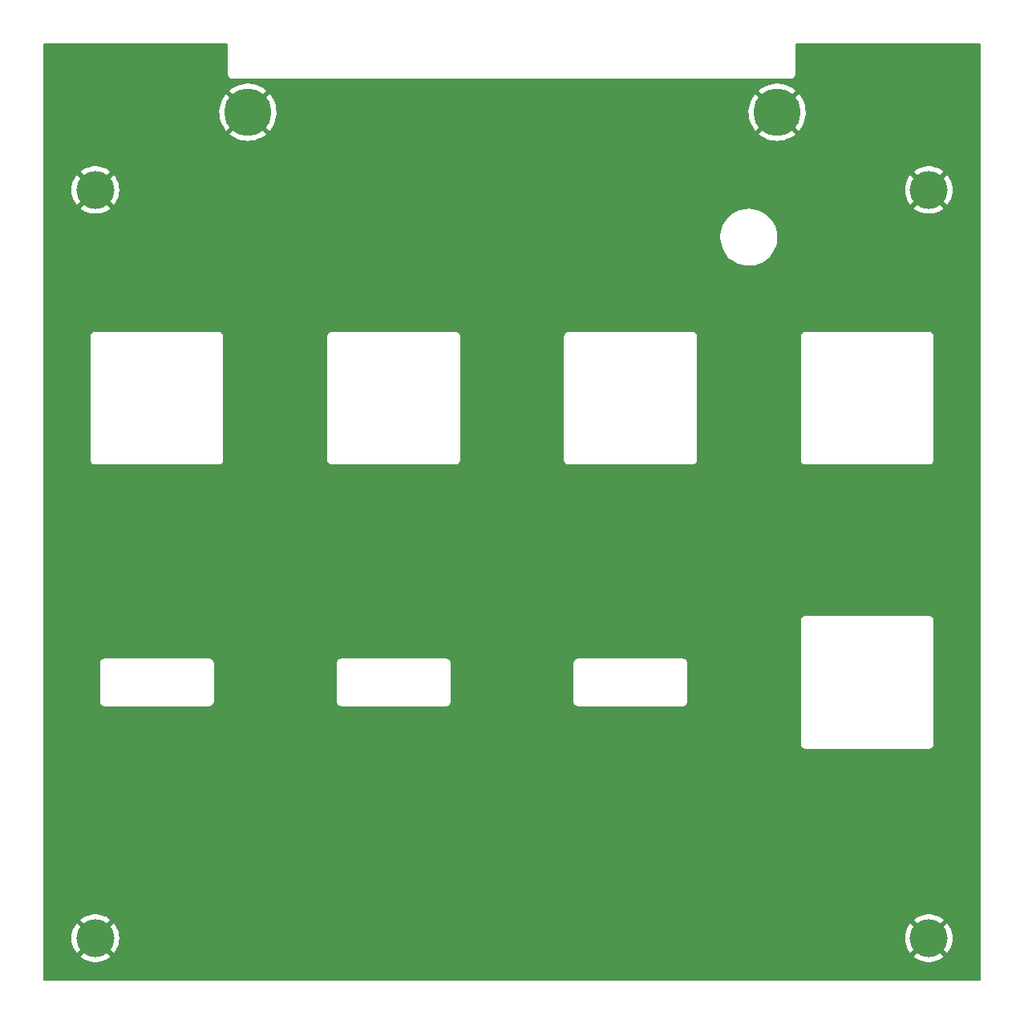
<source format=gtl>
G04 #@! TF.GenerationSoftware,KiCad,Pcbnew,6.0.9-8da3e8f707~116~ubuntu22.04.1*
G04 #@! TF.CreationDate,2022-11-12T12:35:46-05:00*
G04 #@! TF.ProjectId,dso138_testpanel,64736f31-3338-45f7-9465-737470616e65,rev?*
G04 #@! TF.SameCoordinates,Original*
G04 #@! TF.FileFunction,Copper,L1,Top*
G04 #@! TF.FilePolarity,Positive*
%FSLAX46Y46*%
G04 Gerber Fmt 4.6, Leading zero omitted, Abs format (unit mm)*
G04 Created by KiCad (PCBNEW 6.0.9-8da3e8f707~116~ubuntu22.04.1) date 2022-11-12 12:35:46*
%MOMM*%
%LPD*%
G01*
G04 APERTURE LIST*
G04 #@! TA.AperFunction,ComponentPad*
%ADD10C,4.000000*%
G04 #@! TD*
G04 #@! TA.AperFunction,ComponentPad*
%ADD11C,5.000000*%
G04 #@! TD*
G04 APERTURE END LIST*
D10*
G04 #@! TO.P,H6,1,1*
G04 #@! TO.N,GND*
X94000000Y117000000D03*
G04 #@! TD*
G04 #@! TO.P,H9,1,1*
G04 #@! TO.N,GND*
X6000000Y38000000D03*
G04 #@! TD*
G04 #@! TO.P,H3,1,1*
G04 #@! TO.N,GND*
X6000000Y117000000D03*
G04 #@! TD*
D11*
G04 #@! TO.P,H14,1,1*
G04 #@! TO.N,GND*
X77980000Y125200000D03*
G04 #@! TD*
G04 #@! TO.P,H13,1,1*
G04 #@! TO.N,GND*
X22100000Y125200000D03*
G04 #@! TD*
D10*
G04 #@! TO.P,H12,1,1*
G04 #@! TO.N,GND*
X94000000Y38000000D03*
G04 #@! TD*
G04 #@! TA.AperFunction,Conductor*
G04 #@! TO.N,GND*
G36*
X19933621Y132471498D02*
G01*
X19980114Y132417842D01*
X19991500Y132365500D01*
X19991500Y129258623D01*
X19991498Y129257853D01*
X19991024Y129180279D01*
X19993491Y129171648D01*
X19999150Y129151847D01*
X20002728Y129135085D01*
X20006920Y129105813D01*
X20010634Y129097645D01*
X20010634Y129097644D01*
X20017548Y129082438D01*
X20023996Y129064914D01*
X20031051Y129040229D01*
X20035843Y129032635D01*
X20035844Y129032632D01*
X20046830Y129015220D01*
X20054969Y129000137D01*
X20067208Y128973218D01*
X20073069Y128966416D01*
X20083970Y128953765D01*
X20095073Y128938761D01*
X20108776Y128917042D01*
X20115501Y128911103D01*
X20115504Y128911099D01*
X20130938Y128897468D01*
X20142982Y128885276D01*
X20156427Y128869673D01*
X20156430Y128869671D01*
X20162287Y128862873D01*
X20169816Y128857993D01*
X20169817Y128857992D01*
X20183835Y128848906D01*
X20198709Y128837615D01*
X20211217Y128826569D01*
X20217951Y128820622D01*
X20244711Y128808058D01*
X20259691Y128799737D01*
X20276983Y128788529D01*
X20276988Y128788527D01*
X20284515Y128783648D01*
X20293108Y128781078D01*
X20293113Y128781076D01*
X20309120Y128776289D01*
X20326564Y128769628D01*
X20341676Y128762533D01*
X20341678Y128762532D01*
X20349800Y128758719D01*
X20358667Y128757338D01*
X20358668Y128757338D01*
X20361353Y128756920D01*
X20379017Y128754170D01*
X20395732Y128750387D01*
X20415466Y128744485D01*
X20415472Y128744484D01*
X20424066Y128741914D01*
X20433037Y128741859D01*
X20433038Y128741859D01*
X20443097Y128741798D01*
X20458506Y128741704D01*
X20459289Y128741671D01*
X20460386Y128741500D01*
X20491377Y128741500D01*
X20492147Y128741498D01*
X20565785Y128741048D01*
X20565786Y128741048D01*
X20569721Y128741024D01*
X20571065Y128741408D01*
X20572410Y128741500D01*
X79391377Y128741500D01*
X79392148Y128741498D01*
X79469721Y128741024D01*
X79498152Y128749150D01*
X79514915Y128752728D01*
X79515753Y128752848D01*
X79544187Y128756920D01*
X79567564Y128767549D01*
X79585087Y128773996D01*
X79609771Y128781051D01*
X79617365Y128785843D01*
X79617368Y128785844D01*
X79634780Y128796830D01*
X79649865Y128804970D01*
X79676782Y128817208D01*
X79696235Y128833970D01*
X79711239Y128845073D01*
X79732958Y128858776D01*
X79738897Y128865501D01*
X79738901Y128865504D01*
X79752532Y128880938D01*
X79764724Y128892982D01*
X79780327Y128906427D01*
X79780329Y128906430D01*
X79787127Y128912287D01*
X79801094Y128933835D01*
X79812385Y128948709D01*
X79823431Y128961217D01*
X79823432Y128961218D01*
X79829378Y128967951D01*
X79841943Y128994713D01*
X79850263Y129009691D01*
X79861471Y129026983D01*
X79861473Y129026988D01*
X79866352Y129034515D01*
X79868922Y129043108D01*
X79868924Y129043113D01*
X79873711Y129059120D01*
X79880372Y129076564D01*
X79887467Y129091676D01*
X79887468Y129091678D01*
X79891281Y129099800D01*
X79895830Y129129017D01*
X79899613Y129145732D01*
X79905515Y129165466D01*
X79905516Y129165472D01*
X79908086Y129174066D01*
X79908296Y129208506D01*
X79908329Y129209289D01*
X79908500Y129210386D01*
X79908500Y129241377D01*
X79908502Y129242147D01*
X79908952Y129315785D01*
X79908952Y129315786D01*
X79908976Y129319721D01*
X79908592Y129321065D01*
X79908500Y129322410D01*
X79908500Y132365500D01*
X79928502Y132433621D01*
X79982158Y132480114D01*
X80034500Y132491500D01*
X99365500Y132491500D01*
X99433621Y132471498D01*
X99480114Y132417842D01*
X99491500Y132365500D01*
X99491500Y33634500D01*
X99471498Y33566379D01*
X99417842Y33519886D01*
X99365500Y33508500D01*
X634500Y33508500D01*
X566379Y33528502D01*
X519886Y33582158D01*
X508500Y33634500D01*
X508500Y36054013D01*
X4418721Y36054013D01*
X4427548Y36042395D01*
X4650281Y35880570D01*
X4656961Y35876330D01*
X4926572Y35728110D01*
X4933707Y35724753D01*
X5219770Y35611492D01*
X5227296Y35609047D01*
X5525279Y35532538D01*
X5533050Y35531055D01*
X5838278Y35492497D01*
X5846169Y35492000D01*
X6153831Y35492000D01*
X6161722Y35492497D01*
X6466950Y35531055D01*
X6474721Y35532538D01*
X6772704Y35609047D01*
X6780230Y35611492D01*
X7066293Y35724753D01*
X7073428Y35728110D01*
X7343039Y35876330D01*
X7349719Y35880570D01*
X7572823Y36042664D01*
X7581246Y36053587D01*
X7581017Y36054013D01*
X92418721Y36054013D01*
X92427548Y36042395D01*
X92650281Y35880570D01*
X92656961Y35876330D01*
X92926572Y35728110D01*
X92933707Y35724753D01*
X93219770Y35611492D01*
X93227296Y35609047D01*
X93525279Y35532538D01*
X93533050Y35531055D01*
X93838278Y35492497D01*
X93846169Y35492000D01*
X94153831Y35492000D01*
X94161722Y35492497D01*
X94466950Y35531055D01*
X94474721Y35532538D01*
X94772704Y35609047D01*
X94780230Y35611492D01*
X95066293Y35724753D01*
X95073428Y35728110D01*
X95343039Y35876330D01*
X95349719Y35880570D01*
X95572823Y36042664D01*
X95581246Y36053587D01*
X95574342Y36066448D01*
X94012812Y37627978D01*
X93998868Y37635592D01*
X93997035Y37635461D01*
X93990420Y37631210D01*
X92425334Y36066124D01*
X92418721Y36054013D01*
X7581017Y36054013D01*
X7574342Y36066448D01*
X6012812Y37627978D01*
X5998868Y37635592D01*
X5997035Y37635461D01*
X5990420Y37631210D01*
X4425334Y36066124D01*
X4418721Y36054013D01*
X508500Y36054013D01*
X508500Y37996042D01*
X3487290Y37996042D01*
X3506607Y37689006D01*
X3507600Y37681145D01*
X3565246Y37378954D01*
X3567217Y37371277D01*
X3662284Y37078691D01*
X3665199Y37071328D01*
X3796189Y36792959D01*
X3800001Y36786026D01*
X3964851Y36526264D01*
X3969495Y36519871D01*
X4044497Y36429210D01*
X4057014Y36420755D01*
X4067752Y36426962D01*
X5627978Y37987188D01*
X5634356Y37998868D01*
X6364408Y37998868D01*
X6364539Y37997035D01*
X6368790Y37990420D01*
X7931145Y36428065D01*
X7944407Y36420823D01*
X7954512Y36428012D01*
X8030505Y36519871D01*
X8035149Y36526264D01*
X8199999Y36786026D01*
X8203811Y36792959D01*
X8334801Y37071328D01*
X8337716Y37078691D01*
X8432783Y37371277D01*
X8434754Y37378954D01*
X8492400Y37681145D01*
X8493393Y37689006D01*
X8512710Y37996042D01*
X91487290Y37996042D01*
X91506607Y37689006D01*
X91507600Y37681145D01*
X91565246Y37378954D01*
X91567217Y37371277D01*
X91662284Y37078691D01*
X91665199Y37071328D01*
X91796189Y36792959D01*
X91800001Y36786026D01*
X91964851Y36526264D01*
X91969495Y36519871D01*
X92044497Y36429210D01*
X92057014Y36420755D01*
X92067752Y36426962D01*
X93627978Y37987188D01*
X93634356Y37998868D01*
X94364408Y37998868D01*
X94364539Y37997035D01*
X94368790Y37990420D01*
X95931145Y36428065D01*
X95944407Y36420823D01*
X95954512Y36428012D01*
X96030505Y36519871D01*
X96035149Y36526264D01*
X96199999Y36786026D01*
X96203811Y36792959D01*
X96334801Y37071328D01*
X96337716Y37078691D01*
X96432783Y37371277D01*
X96434754Y37378954D01*
X96492400Y37681145D01*
X96493393Y37689006D01*
X96512710Y37996042D01*
X96512710Y38003958D01*
X96493393Y38310994D01*
X96492400Y38318855D01*
X96434754Y38621046D01*
X96432783Y38628723D01*
X96337716Y38921309D01*
X96334801Y38928672D01*
X96203811Y39207041D01*
X96199999Y39213974D01*
X96035149Y39473736D01*
X96030505Y39480129D01*
X95955503Y39570790D01*
X95942986Y39579245D01*
X95932248Y39573038D01*
X94372022Y38012812D01*
X94364408Y37998868D01*
X93634356Y37998868D01*
X93635592Y38001132D01*
X93635461Y38002965D01*
X93631210Y38009580D01*
X92068855Y39571935D01*
X92055593Y39579177D01*
X92045488Y39571988D01*
X91969495Y39480129D01*
X91964851Y39473736D01*
X91800001Y39213974D01*
X91796189Y39207041D01*
X91665199Y38928672D01*
X91662284Y38921309D01*
X91567217Y38628723D01*
X91565246Y38621046D01*
X91507600Y38318855D01*
X91506607Y38310994D01*
X91487290Y38003958D01*
X91487290Y37996042D01*
X8512710Y37996042D01*
X8512710Y38003958D01*
X8493393Y38310994D01*
X8492400Y38318855D01*
X8434754Y38621046D01*
X8432783Y38628723D01*
X8337716Y38921309D01*
X8334801Y38928672D01*
X8203811Y39207041D01*
X8199999Y39213974D01*
X8035149Y39473736D01*
X8030505Y39480129D01*
X7955503Y39570790D01*
X7942986Y39579245D01*
X7932248Y39573038D01*
X6372022Y38012812D01*
X6364408Y37998868D01*
X5634356Y37998868D01*
X5635592Y38001132D01*
X5635461Y38002965D01*
X5631210Y38009580D01*
X4068855Y39571935D01*
X4055593Y39579177D01*
X4045488Y39571988D01*
X3969495Y39480129D01*
X3964851Y39473736D01*
X3800001Y39213974D01*
X3796189Y39207041D01*
X3665199Y38928672D01*
X3662284Y38921309D01*
X3567217Y38628723D01*
X3565246Y38621046D01*
X3507600Y38318855D01*
X3506607Y38310994D01*
X3487290Y38003958D01*
X3487290Y37996042D01*
X508500Y37996042D01*
X508500Y39946413D01*
X4418754Y39946413D01*
X4425658Y39933552D01*
X5987188Y38372022D01*
X6001132Y38364408D01*
X6002965Y38364539D01*
X6009580Y38368790D01*
X7574666Y39933876D01*
X7581279Y39945987D01*
X7580955Y39946413D01*
X92418754Y39946413D01*
X92425658Y39933552D01*
X93987188Y38372022D01*
X94001132Y38364408D01*
X94002965Y38364539D01*
X94009580Y38368790D01*
X95574666Y39933876D01*
X95581279Y39945987D01*
X95572452Y39957605D01*
X95349719Y40119430D01*
X95343039Y40123670D01*
X95073428Y40271890D01*
X95066293Y40275247D01*
X94780230Y40388508D01*
X94772704Y40390953D01*
X94474721Y40467462D01*
X94466950Y40468945D01*
X94161722Y40507503D01*
X94153831Y40508000D01*
X93846169Y40508000D01*
X93838278Y40507503D01*
X93533050Y40468945D01*
X93525279Y40467462D01*
X93227296Y40390953D01*
X93219770Y40388508D01*
X92933707Y40275247D01*
X92926572Y40271890D01*
X92656961Y40123670D01*
X92650281Y40119430D01*
X92427177Y39957336D01*
X92418754Y39946413D01*
X7580955Y39946413D01*
X7572452Y39957605D01*
X7349719Y40119430D01*
X7343039Y40123670D01*
X7073428Y40271890D01*
X7066293Y40275247D01*
X6780230Y40388508D01*
X6772704Y40390953D01*
X6474721Y40467462D01*
X6466950Y40468945D01*
X6161722Y40507503D01*
X6153831Y40508000D01*
X5846169Y40508000D01*
X5838278Y40507503D01*
X5533050Y40468945D01*
X5525279Y40467462D01*
X5227296Y40390953D01*
X5219770Y40388508D01*
X4933707Y40275247D01*
X4926572Y40271890D01*
X4656961Y40123670D01*
X4650281Y40119430D01*
X4427177Y39957336D01*
X4418754Y39946413D01*
X508500Y39946413D01*
X508500Y58430279D01*
X80491024Y58430279D01*
X80493491Y58421648D01*
X80499150Y58401847D01*
X80502728Y58385085D01*
X80506920Y58355813D01*
X80510634Y58347645D01*
X80510634Y58347644D01*
X80517548Y58332438D01*
X80523996Y58314914D01*
X80531051Y58290229D01*
X80535843Y58282635D01*
X80535844Y58282632D01*
X80546830Y58265220D01*
X80554969Y58250137D01*
X80567208Y58223218D01*
X80573069Y58216416D01*
X80583970Y58203765D01*
X80595073Y58188761D01*
X80608776Y58167042D01*
X80615501Y58161103D01*
X80615504Y58161099D01*
X80630938Y58147468D01*
X80642982Y58135276D01*
X80656427Y58119673D01*
X80656430Y58119671D01*
X80662287Y58112873D01*
X80669816Y58107993D01*
X80669817Y58107992D01*
X80683835Y58098906D01*
X80698709Y58087615D01*
X80711217Y58076569D01*
X80717951Y58070622D01*
X80744711Y58058058D01*
X80759691Y58049737D01*
X80776983Y58038529D01*
X80776988Y58038527D01*
X80784515Y58033648D01*
X80793108Y58031078D01*
X80793113Y58031076D01*
X80809120Y58026289D01*
X80826564Y58019628D01*
X80841676Y58012533D01*
X80841678Y58012532D01*
X80849800Y58008719D01*
X80858667Y58007338D01*
X80858668Y58007338D01*
X80861353Y58006920D01*
X80879017Y58004170D01*
X80895732Y58000387D01*
X80915466Y57994485D01*
X80915472Y57994484D01*
X80924066Y57991914D01*
X80933037Y57991859D01*
X80933038Y57991859D01*
X80943097Y57991798D01*
X80958506Y57991704D01*
X80959289Y57991671D01*
X80960386Y57991500D01*
X80991377Y57991500D01*
X80992147Y57991498D01*
X81065785Y57991048D01*
X81065786Y57991048D01*
X81069721Y57991024D01*
X81071065Y57991408D01*
X81072410Y57991500D01*
X93991377Y57991500D01*
X93992148Y57991498D01*
X94069721Y57991024D01*
X94098152Y57999150D01*
X94114915Y58002728D01*
X94115753Y58002848D01*
X94144187Y58006920D01*
X94167564Y58017549D01*
X94185087Y58023996D01*
X94209771Y58031051D01*
X94217365Y58035843D01*
X94217368Y58035844D01*
X94234780Y58046830D01*
X94249865Y58054970D01*
X94276782Y58067208D01*
X94296235Y58083970D01*
X94311239Y58095073D01*
X94332958Y58108776D01*
X94338897Y58115501D01*
X94338901Y58115504D01*
X94352532Y58130938D01*
X94364724Y58142982D01*
X94380327Y58156427D01*
X94380329Y58156430D01*
X94387127Y58162287D01*
X94401094Y58183835D01*
X94412385Y58198709D01*
X94423431Y58211217D01*
X94423432Y58211218D01*
X94429378Y58217951D01*
X94441943Y58244713D01*
X94450263Y58259691D01*
X94461471Y58276983D01*
X94461473Y58276988D01*
X94466352Y58284515D01*
X94468922Y58293108D01*
X94468924Y58293113D01*
X94473711Y58309120D01*
X94480372Y58326564D01*
X94487467Y58341676D01*
X94487468Y58341678D01*
X94491281Y58349800D01*
X94495830Y58379017D01*
X94499613Y58395732D01*
X94505515Y58415466D01*
X94505516Y58415472D01*
X94508086Y58424066D01*
X94508296Y58458506D01*
X94508329Y58459289D01*
X94508500Y58460386D01*
X94508500Y58491377D01*
X94508502Y58492147D01*
X94508952Y58565785D01*
X94508952Y58565786D01*
X94508976Y58569721D01*
X94508592Y58571065D01*
X94508500Y58572410D01*
X94508500Y71491377D01*
X94508502Y71492147D01*
X94508800Y71540898D01*
X94508976Y71569721D01*
X94500850Y71598153D01*
X94497272Y71614915D01*
X94494352Y71635302D01*
X94493080Y71644187D01*
X94482451Y71667564D01*
X94476004Y71685087D01*
X94471416Y71701138D01*
X94468949Y71709771D01*
X94464156Y71717368D01*
X94453170Y71734780D01*
X94445030Y71749865D01*
X94442564Y71755289D01*
X94432792Y71776782D01*
X94416030Y71796235D01*
X94404927Y71811239D01*
X94391224Y71832958D01*
X94384499Y71838897D01*
X94384496Y71838901D01*
X94369062Y71852532D01*
X94357018Y71864724D01*
X94343573Y71880327D01*
X94343570Y71880329D01*
X94337713Y71887127D01*
X94324009Y71896010D01*
X94316165Y71901094D01*
X94301291Y71912385D01*
X94288783Y71923431D01*
X94288782Y71923432D01*
X94282049Y71929378D01*
X94255287Y71941943D01*
X94240309Y71950263D01*
X94223017Y71961471D01*
X94223012Y71961473D01*
X94215485Y71966352D01*
X94206892Y71968922D01*
X94206887Y71968924D01*
X94190880Y71973711D01*
X94173436Y71980372D01*
X94158324Y71987467D01*
X94158322Y71987468D01*
X94150200Y71991281D01*
X94141333Y71992662D01*
X94141332Y71992662D01*
X94130478Y71994352D01*
X94120983Y71995830D01*
X94104268Y71999613D01*
X94084534Y72005515D01*
X94084528Y72005516D01*
X94075934Y72008086D01*
X94066963Y72008141D01*
X94066962Y72008141D01*
X94056903Y72008202D01*
X94041494Y72008296D01*
X94040711Y72008329D01*
X94039614Y72008500D01*
X94008623Y72008500D01*
X94007853Y72008502D01*
X93934215Y72008952D01*
X93934214Y72008952D01*
X93930279Y72008976D01*
X93928935Y72008592D01*
X93927590Y72008500D01*
X81008623Y72008500D01*
X81007853Y72008502D01*
X81007037Y72008507D01*
X80930279Y72008976D01*
X80907918Y72002585D01*
X80901847Y72000850D01*
X80885085Y71997272D01*
X80855813Y71993080D01*
X80847645Y71989366D01*
X80847644Y71989366D01*
X80832438Y71982452D01*
X80814914Y71976004D01*
X80790229Y71968949D01*
X80782635Y71964157D01*
X80782632Y71964156D01*
X80765220Y71953170D01*
X80750137Y71945031D01*
X80723218Y71932792D01*
X80716416Y71926931D01*
X80703765Y71916030D01*
X80688761Y71904927D01*
X80667042Y71891224D01*
X80661103Y71884499D01*
X80661099Y71884496D01*
X80647468Y71869062D01*
X80635276Y71857018D01*
X80619673Y71843573D01*
X80619671Y71843570D01*
X80612873Y71837713D01*
X80607993Y71830184D01*
X80607992Y71830183D01*
X80598906Y71816165D01*
X80587615Y71801291D01*
X80576569Y71788783D01*
X80570622Y71782049D01*
X80564312Y71768609D01*
X80558058Y71755289D01*
X80549737Y71740309D01*
X80538529Y71723017D01*
X80538527Y71723012D01*
X80533648Y71715485D01*
X80531078Y71706892D01*
X80531076Y71706887D01*
X80526289Y71690880D01*
X80519628Y71673436D01*
X80512533Y71658324D01*
X80508719Y71650200D01*
X80507338Y71641333D01*
X80507338Y71641332D01*
X80504170Y71620985D01*
X80500387Y71604268D01*
X80494485Y71584534D01*
X80494484Y71584528D01*
X80491914Y71575934D01*
X80491859Y71566963D01*
X80491859Y71566962D01*
X80491704Y71541503D01*
X80491671Y71540711D01*
X80491500Y71539614D01*
X80491500Y71508623D01*
X80491498Y71507853D01*
X80491024Y71430279D01*
X80491408Y71428935D01*
X80491500Y71427590D01*
X80491500Y58508623D01*
X80491498Y58507853D01*
X80491024Y58430279D01*
X508500Y58430279D01*
X508500Y62930279D01*
X6491024Y62930279D01*
X6493491Y62921648D01*
X6499150Y62901847D01*
X6502728Y62885085D01*
X6506920Y62855813D01*
X6510634Y62847645D01*
X6510634Y62847644D01*
X6517548Y62832438D01*
X6523996Y62814914D01*
X6531051Y62790229D01*
X6535843Y62782635D01*
X6535844Y62782632D01*
X6546830Y62765220D01*
X6554969Y62750137D01*
X6567208Y62723218D01*
X6573069Y62716416D01*
X6583970Y62703765D01*
X6595073Y62688761D01*
X6608776Y62667042D01*
X6615501Y62661103D01*
X6615504Y62661099D01*
X6630938Y62647468D01*
X6642982Y62635276D01*
X6656427Y62619673D01*
X6656430Y62619671D01*
X6662287Y62612873D01*
X6669816Y62607993D01*
X6669817Y62607992D01*
X6683835Y62598906D01*
X6698709Y62587615D01*
X6711217Y62576569D01*
X6717951Y62570622D01*
X6744711Y62558058D01*
X6759691Y62549737D01*
X6776983Y62538529D01*
X6776988Y62538527D01*
X6784515Y62533648D01*
X6793108Y62531078D01*
X6793113Y62531076D01*
X6809120Y62526289D01*
X6826564Y62519628D01*
X6841676Y62512533D01*
X6841678Y62512532D01*
X6849800Y62508719D01*
X6858667Y62507338D01*
X6858668Y62507338D01*
X6861353Y62506920D01*
X6879017Y62504170D01*
X6895732Y62500387D01*
X6915466Y62494485D01*
X6915472Y62494484D01*
X6924066Y62491914D01*
X6933037Y62491859D01*
X6933038Y62491859D01*
X6943097Y62491798D01*
X6958506Y62491704D01*
X6959289Y62491671D01*
X6960386Y62491500D01*
X6991377Y62491500D01*
X6992147Y62491498D01*
X7065785Y62491048D01*
X7065786Y62491048D01*
X7069721Y62491024D01*
X7071065Y62491408D01*
X7072410Y62491500D01*
X17991377Y62491500D01*
X17992148Y62491498D01*
X18069721Y62491024D01*
X18098152Y62499150D01*
X18114915Y62502728D01*
X18115753Y62502848D01*
X18144187Y62506920D01*
X18167564Y62517549D01*
X18185087Y62523996D01*
X18209771Y62531051D01*
X18217365Y62535843D01*
X18217368Y62535844D01*
X18234780Y62546830D01*
X18249865Y62554970D01*
X18276782Y62567208D01*
X18296235Y62583970D01*
X18311239Y62595073D01*
X18332958Y62608776D01*
X18338897Y62615501D01*
X18338901Y62615504D01*
X18352532Y62630938D01*
X18364724Y62642982D01*
X18380327Y62656427D01*
X18380329Y62656430D01*
X18387127Y62662287D01*
X18401094Y62683835D01*
X18412385Y62698709D01*
X18423431Y62711217D01*
X18423432Y62711218D01*
X18429378Y62717951D01*
X18441943Y62744713D01*
X18450263Y62759691D01*
X18461471Y62776983D01*
X18461473Y62776988D01*
X18466352Y62784515D01*
X18468922Y62793108D01*
X18468924Y62793113D01*
X18473711Y62809120D01*
X18480372Y62826564D01*
X18487467Y62841676D01*
X18487468Y62841678D01*
X18491281Y62849800D01*
X18495830Y62879017D01*
X18499613Y62895732D01*
X18505515Y62915466D01*
X18505516Y62915472D01*
X18508086Y62924066D01*
X18508124Y62930279D01*
X31491024Y62930279D01*
X31493491Y62921648D01*
X31499150Y62901847D01*
X31502728Y62885085D01*
X31506920Y62855813D01*
X31510634Y62847645D01*
X31510634Y62847644D01*
X31517548Y62832438D01*
X31523996Y62814914D01*
X31531051Y62790229D01*
X31535843Y62782635D01*
X31535844Y62782632D01*
X31546830Y62765220D01*
X31554969Y62750137D01*
X31567208Y62723218D01*
X31573069Y62716416D01*
X31583970Y62703765D01*
X31595073Y62688761D01*
X31608776Y62667042D01*
X31615501Y62661103D01*
X31615504Y62661099D01*
X31630938Y62647468D01*
X31642982Y62635276D01*
X31656427Y62619673D01*
X31656430Y62619671D01*
X31662287Y62612873D01*
X31669816Y62607993D01*
X31669817Y62607992D01*
X31683835Y62598906D01*
X31698709Y62587615D01*
X31711217Y62576569D01*
X31717951Y62570622D01*
X31744711Y62558058D01*
X31759691Y62549737D01*
X31776983Y62538529D01*
X31776988Y62538527D01*
X31784515Y62533648D01*
X31793108Y62531078D01*
X31793113Y62531076D01*
X31809120Y62526289D01*
X31826564Y62519628D01*
X31841676Y62512533D01*
X31841678Y62512532D01*
X31849800Y62508719D01*
X31858667Y62507338D01*
X31858668Y62507338D01*
X31861353Y62506920D01*
X31879017Y62504170D01*
X31895732Y62500387D01*
X31915466Y62494485D01*
X31915472Y62494484D01*
X31924066Y62491914D01*
X31933037Y62491859D01*
X31933038Y62491859D01*
X31943097Y62491798D01*
X31958506Y62491704D01*
X31959289Y62491671D01*
X31960386Y62491500D01*
X31991377Y62491500D01*
X31992147Y62491498D01*
X32065785Y62491048D01*
X32065786Y62491048D01*
X32069721Y62491024D01*
X32071065Y62491408D01*
X32072410Y62491500D01*
X42991377Y62491500D01*
X42992148Y62491498D01*
X43069721Y62491024D01*
X43098152Y62499150D01*
X43114915Y62502728D01*
X43115753Y62502848D01*
X43144187Y62506920D01*
X43167564Y62517549D01*
X43185087Y62523996D01*
X43209771Y62531051D01*
X43217365Y62535843D01*
X43217368Y62535844D01*
X43234780Y62546830D01*
X43249865Y62554970D01*
X43276782Y62567208D01*
X43296235Y62583970D01*
X43311239Y62595073D01*
X43332958Y62608776D01*
X43338897Y62615501D01*
X43338901Y62615504D01*
X43352532Y62630938D01*
X43364724Y62642982D01*
X43380327Y62656427D01*
X43380329Y62656430D01*
X43387127Y62662287D01*
X43401094Y62683835D01*
X43412385Y62698709D01*
X43423431Y62711217D01*
X43423432Y62711218D01*
X43429378Y62717951D01*
X43441943Y62744713D01*
X43450263Y62759691D01*
X43461471Y62776983D01*
X43461473Y62776988D01*
X43466352Y62784515D01*
X43468922Y62793108D01*
X43468924Y62793113D01*
X43473711Y62809120D01*
X43480372Y62826564D01*
X43487467Y62841676D01*
X43487468Y62841678D01*
X43491281Y62849800D01*
X43495830Y62879017D01*
X43499613Y62895732D01*
X43505515Y62915466D01*
X43505516Y62915472D01*
X43508086Y62924066D01*
X43508124Y62930279D01*
X56491024Y62930279D01*
X56493491Y62921648D01*
X56499150Y62901847D01*
X56502728Y62885085D01*
X56506920Y62855813D01*
X56510634Y62847645D01*
X56510634Y62847644D01*
X56517548Y62832438D01*
X56523996Y62814914D01*
X56531051Y62790229D01*
X56535843Y62782635D01*
X56535844Y62782632D01*
X56546830Y62765220D01*
X56554969Y62750137D01*
X56567208Y62723218D01*
X56573069Y62716416D01*
X56583970Y62703765D01*
X56595073Y62688761D01*
X56608776Y62667042D01*
X56615501Y62661103D01*
X56615504Y62661099D01*
X56630938Y62647468D01*
X56642982Y62635276D01*
X56656427Y62619673D01*
X56656430Y62619671D01*
X56662287Y62612873D01*
X56669816Y62607993D01*
X56669817Y62607992D01*
X56683835Y62598906D01*
X56698709Y62587615D01*
X56711217Y62576569D01*
X56717951Y62570622D01*
X56744711Y62558058D01*
X56759691Y62549737D01*
X56776983Y62538529D01*
X56776988Y62538527D01*
X56784515Y62533648D01*
X56793108Y62531078D01*
X56793113Y62531076D01*
X56809120Y62526289D01*
X56826564Y62519628D01*
X56841676Y62512533D01*
X56841678Y62512532D01*
X56849800Y62508719D01*
X56858667Y62507338D01*
X56858668Y62507338D01*
X56861353Y62506920D01*
X56879017Y62504170D01*
X56895732Y62500387D01*
X56915466Y62494485D01*
X56915472Y62494484D01*
X56924066Y62491914D01*
X56933037Y62491859D01*
X56933038Y62491859D01*
X56943097Y62491798D01*
X56958506Y62491704D01*
X56959289Y62491671D01*
X56960386Y62491500D01*
X56991377Y62491500D01*
X56992147Y62491498D01*
X57065785Y62491048D01*
X57065786Y62491048D01*
X57069721Y62491024D01*
X57071065Y62491408D01*
X57072410Y62491500D01*
X67991377Y62491500D01*
X67992148Y62491498D01*
X68069721Y62491024D01*
X68098152Y62499150D01*
X68114915Y62502728D01*
X68115753Y62502848D01*
X68144187Y62506920D01*
X68167564Y62517549D01*
X68185087Y62523996D01*
X68209771Y62531051D01*
X68217365Y62535843D01*
X68217368Y62535844D01*
X68234780Y62546830D01*
X68249865Y62554970D01*
X68276782Y62567208D01*
X68296235Y62583970D01*
X68311239Y62595073D01*
X68332958Y62608776D01*
X68338897Y62615501D01*
X68338901Y62615504D01*
X68352532Y62630938D01*
X68364724Y62642982D01*
X68380327Y62656427D01*
X68380329Y62656430D01*
X68387127Y62662287D01*
X68401094Y62683835D01*
X68412385Y62698709D01*
X68423431Y62711217D01*
X68423432Y62711218D01*
X68429378Y62717951D01*
X68441943Y62744713D01*
X68450263Y62759691D01*
X68461471Y62776983D01*
X68461473Y62776988D01*
X68466352Y62784515D01*
X68468922Y62793108D01*
X68468924Y62793113D01*
X68473711Y62809120D01*
X68480372Y62826564D01*
X68487467Y62841676D01*
X68487468Y62841678D01*
X68491281Y62849800D01*
X68495830Y62879017D01*
X68499613Y62895732D01*
X68505515Y62915466D01*
X68505516Y62915472D01*
X68508086Y62924066D01*
X68508296Y62958506D01*
X68508329Y62959289D01*
X68508500Y62960386D01*
X68508500Y62991377D01*
X68508502Y62992147D01*
X68508952Y63065785D01*
X68508952Y63065786D01*
X68508976Y63069721D01*
X68508592Y63071065D01*
X68508500Y63072410D01*
X68508500Y66991377D01*
X68508502Y66992147D01*
X68508800Y67040898D01*
X68508976Y67069721D01*
X68500850Y67098153D01*
X68497272Y67114915D01*
X68494352Y67135302D01*
X68493080Y67144187D01*
X68482451Y67167564D01*
X68476004Y67185087D01*
X68471416Y67201138D01*
X68468949Y67209771D01*
X68464156Y67217368D01*
X68453170Y67234780D01*
X68445030Y67249865D01*
X68442564Y67255289D01*
X68432792Y67276782D01*
X68416030Y67296235D01*
X68404927Y67311239D01*
X68391224Y67332958D01*
X68384499Y67338897D01*
X68384496Y67338901D01*
X68369062Y67352532D01*
X68357018Y67364724D01*
X68343573Y67380327D01*
X68343570Y67380329D01*
X68337713Y67387127D01*
X68324009Y67396010D01*
X68316165Y67401094D01*
X68301291Y67412385D01*
X68288783Y67423431D01*
X68288782Y67423432D01*
X68282049Y67429378D01*
X68255287Y67441943D01*
X68240309Y67450263D01*
X68223017Y67461471D01*
X68223012Y67461473D01*
X68215485Y67466352D01*
X68206892Y67468922D01*
X68206887Y67468924D01*
X68190880Y67473711D01*
X68173436Y67480372D01*
X68158324Y67487467D01*
X68158322Y67487468D01*
X68150200Y67491281D01*
X68141333Y67492662D01*
X68141332Y67492662D01*
X68130478Y67494352D01*
X68120983Y67495830D01*
X68104268Y67499613D01*
X68084534Y67505515D01*
X68084528Y67505516D01*
X68075934Y67508086D01*
X68066963Y67508141D01*
X68066962Y67508141D01*
X68056903Y67508202D01*
X68041494Y67508296D01*
X68040711Y67508329D01*
X68039614Y67508500D01*
X68008623Y67508500D01*
X68007853Y67508502D01*
X67934215Y67508952D01*
X67934214Y67508952D01*
X67930279Y67508976D01*
X67928935Y67508592D01*
X67927590Y67508500D01*
X57008623Y67508500D01*
X57007853Y67508502D01*
X57007037Y67508507D01*
X56930279Y67508976D01*
X56907918Y67502585D01*
X56901847Y67500850D01*
X56885085Y67497272D01*
X56855813Y67493080D01*
X56847645Y67489366D01*
X56847644Y67489366D01*
X56832438Y67482452D01*
X56814914Y67476004D01*
X56790229Y67468949D01*
X56782635Y67464157D01*
X56782632Y67464156D01*
X56765220Y67453170D01*
X56750137Y67445031D01*
X56723218Y67432792D01*
X56716416Y67426931D01*
X56703765Y67416030D01*
X56688761Y67404927D01*
X56667042Y67391224D01*
X56661103Y67384499D01*
X56661099Y67384496D01*
X56647468Y67369062D01*
X56635276Y67357018D01*
X56619673Y67343573D01*
X56619671Y67343570D01*
X56612873Y67337713D01*
X56607993Y67330184D01*
X56607992Y67330183D01*
X56598906Y67316165D01*
X56587615Y67301291D01*
X56576569Y67288783D01*
X56570622Y67282049D01*
X56564312Y67268609D01*
X56558058Y67255289D01*
X56549737Y67240309D01*
X56538529Y67223017D01*
X56538527Y67223012D01*
X56533648Y67215485D01*
X56531078Y67206892D01*
X56531076Y67206887D01*
X56526289Y67190880D01*
X56519628Y67173436D01*
X56512533Y67158324D01*
X56508719Y67150200D01*
X56507338Y67141333D01*
X56507338Y67141332D01*
X56504170Y67120985D01*
X56500387Y67104268D01*
X56494485Y67084534D01*
X56494484Y67084528D01*
X56491914Y67075934D01*
X56491859Y67066963D01*
X56491859Y67066962D01*
X56491704Y67041503D01*
X56491671Y67040711D01*
X56491500Y67039614D01*
X56491500Y67008623D01*
X56491498Y67007853D01*
X56491024Y66930279D01*
X56491408Y66928935D01*
X56491500Y66927590D01*
X56491500Y63008623D01*
X56491498Y63007853D01*
X56491024Y62930279D01*
X43508124Y62930279D01*
X43508296Y62958506D01*
X43508329Y62959289D01*
X43508500Y62960386D01*
X43508500Y62991377D01*
X43508502Y62992147D01*
X43508952Y63065785D01*
X43508952Y63065786D01*
X43508976Y63069721D01*
X43508592Y63071065D01*
X43508500Y63072410D01*
X43508500Y66991377D01*
X43508502Y66992147D01*
X43508800Y67040898D01*
X43508976Y67069721D01*
X43500850Y67098153D01*
X43497272Y67114915D01*
X43494352Y67135302D01*
X43493080Y67144187D01*
X43482451Y67167564D01*
X43476004Y67185087D01*
X43471416Y67201138D01*
X43468949Y67209771D01*
X43464156Y67217368D01*
X43453170Y67234780D01*
X43445030Y67249865D01*
X43442564Y67255289D01*
X43432792Y67276782D01*
X43416030Y67296235D01*
X43404927Y67311239D01*
X43391224Y67332958D01*
X43384499Y67338897D01*
X43384496Y67338901D01*
X43369062Y67352532D01*
X43357018Y67364724D01*
X43343573Y67380327D01*
X43343570Y67380329D01*
X43337713Y67387127D01*
X43324009Y67396010D01*
X43316165Y67401094D01*
X43301291Y67412385D01*
X43288783Y67423431D01*
X43288782Y67423432D01*
X43282049Y67429378D01*
X43255287Y67441943D01*
X43240309Y67450263D01*
X43223017Y67461471D01*
X43223012Y67461473D01*
X43215485Y67466352D01*
X43206892Y67468922D01*
X43206887Y67468924D01*
X43190880Y67473711D01*
X43173436Y67480372D01*
X43158324Y67487467D01*
X43158322Y67487468D01*
X43150200Y67491281D01*
X43141333Y67492662D01*
X43141332Y67492662D01*
X43130478Y67494352D01*
X43120983Y67495830D01*
X43104268Y67499613D01*
X43084534Y67505515D01*
X43084528Y67505516D01*
X43075934Y67508086D01*
X43066963Y67508141D01*
X43066962Y67508141D01*
X43056903Y67508202D01*
X43041494Y67508296D01*
X43040711Y67508329D01*
X43039614Y67508500D01*
X43008623Y67508500D01*
X43007853Y67508502D01*
X42934215Y67508952D01*
X42934214Y67508952D01*
X42930279Y67508976D01*
X42928935Y67508592D01*
X42927590Y67508500D01*
X32008623Y67508500D01*
X32007853Y67508502D01*
X32007037Y67508507D01*
X31930279Y67508976D01*
X31907918Y67502585D01*
X31901847Y67500850D01*
X31885085Y67497272D01*
X31855813Y67493080D01*
X31847645Y67489366D01*
X31847644Y67489366D01*
X31832438Y67482452D01*
X31814914Y67476004D01*
X31790229Y67468949D01*
X31782635Y67464157D01*
X31782632Y67464156D01*
X31765220Y67453170D01*
X31750137Y67445031D01*
X31723218Y67432792D01*
X31716416Y67426931D01*
X31703765Y67416030D01*
X31688761Y67404927D01*
X31667042Y67391224D01*
X31661103Y67384499D01*
X31661099Y67384496D01*
X31647468Y67369062D01*
X31635276Y67357018D01*
X31619673Y67343573D01*
X31619671Y67343570D01*
X31612873Y67337713D01*
X31607993Y67330184D01*
X31607992Y67330183D01*
X31598906Y67316165D01*
X31587615Y67301291D01*
X31576569Y67288783D01*
X31570622Y67282049D01*
X31564312Y67268609D01*
X31558058Y67255289D01*
X31549737Y67240309D01*
X31538529Y67223017D01*
X31538527Y67223012D01*
X31533648Y67215485D01*
X31531078Y67206892D01*
X31531076Y67206887D01*
X31526289Y67190880D01*
X31519628Y67173436D01*
X31512533Y67158324D01*
X31508719Y67150200D01*
X31507338Y67141333D01*
X31507338Y67141332D01*
X31504170Y67120985D01*
X31500387Y67104268D01*
X31494485Y67084534D01*
X31494484Y67084528D01*
X31491914Y67075934D01*
X31491859Y67066963D01*
X31491859Y67066962D01*
X31491704Y67041503D01*
X31491671Y67040711D01*
X31491500Y67039614D01*
X31491500Y67008623D01*
X31491498Y67007853D01*
X31491024Y66930279D01*
X31491408Y66928935D01*
X31491500Y66927590D01*
X31491500Y63008623D01*
X31491498Y63007853D01*
X31491024Y62930279D01*
X18508124Y62930279D01*
X18508296Y62958506D01*
X18508329Y62959289D01*
X18508500Y62960386D01*
X18508500Y62991377D01*
X18508502Y62992147D01*
X18508952Y63065785D01*
X18508952Y63065786D01*
X18508976Y63069721D01*
X18508592Y63071065D01*
X18508500Y63072410D01*
X18508500Y66991377D01*
X18508502Y66992147D01*
X18508800Y67040898D01*
X18508976Y67069721D01*
X18500850Y67098153D01*
X18497272Y67114915D01*
X18494352Y67135302D01*
X18493080Y67144187D01*
X18482451Y67167564D01*
X18476004Y67185087D01*
X18471416Y67201138D01*
X18468949Y67209771D01*
X18464156Y67217368D01*
X18453170Y67234780D01*
X18445030Y67249865D01*
X18442564Y67255289D01*
X18432792Y67276782D01*
X18416030Y67296235D01*
X18404927Y67311239D01*
X18391224Y67332958D01*
X18384499Y67338897D01*
X18384496Y67338901D01*
X18369062Y67352532D01*
X18357018Y67364724D01*
X18343573Y67380327D01*
X18343570Y67380329D01*
X18337713Y67387127D01*
X18324009Y67396010D01*
X18316165Y67401094D01*
X18301291Y67412385D01*
X18288783Y67423431D01*
X18288782Y67423432D01*
X18282049Y67429378D01*
X18255287Y67441943D01*
X18240309Y67450263D01*
X18223017Y67461471D01*
X18223012Y67461473D01*
X18215485Y67466352D01*
X18206892Y67468922D01*
X18206887Y67468924D01*
X18190880Y67473711D01*
X18173436Y67480372D01*
X18158324Y67487467D01*
X18158322Y67487468D01*
X18150200Y67491281D01*
X18141333Y67492662D01*
X18141332Y67492662D01*
X18130478Y67494352D01*
X18120983Y67495830D01*
X18104268Y67499613D01*
X18084534Y67505515D01*
X18084528Y67505516D01*
X18075934Y67508086D01*
X18066963Y67508141D01*
X18066962Y67508141D01*
X18056903Y67508202D01*
X18041494Y67508296D01*
X18040711Y67508329D01*
X18039614Y67508500D01*
X18008623Y67508500D01*
X18007853Y67508502D01*
X17934215Y67508952D01*
X17934214Y67508952D01*
X17930279Y67508976D01*
X17928935Y67508592D01*
X17927590Y67508500D01*
X7008623Y67508500D01*
X7007853Y67508502D01*
X7007037Y67508507D01*
X6930279Y67508976D01*
X6907918Y67502585D01*
X6901847Y67500850D01*
X6885085Y67497272D01*
X6855813Y67493080D01*
X6847645Y67489366D01*
X6847644Y67489366D01*
X6832438Y67482452D01*
X6814914Y67476004D01*
X6790229Y67468949D01*
X6782635Y67464157D01*
X6782632Y67464156D01*
X6765220Y67453170D01*
X6750137Y67445031D01*
X6723218Y67432792D01*
X6716416Y67426931D01*
X6703765Y67416030D01*
X6688761Y67404927D01*
X6667042Y67391224D01*
X6661103Y67384499D01*
X6661099Y67384496D01*
X6647468Y67369062D01*
X6635276Y67357018D01*
X6619673Y67343573D01*
X6619671Y67343570D01*
X6612873Y67337713D01*
X6607993Y67330184D01*
X6607992Y67330183D01*
X6598906Y67316165D01*
X6587615Y67301291D01*
X6576569Y67288783D01*
X6570622Y67282049D01*
X6564312Y67268609D01*
X6558058Y67255289D01*
X6549737Y67240309D01*
X6538529Y67223017D01*
X6538527Y67223012D01*
X6533648Y67215485D01*
X6531078Y67206892D01*
X6531076Y67206887D01*
X6526289Y67190880D01*
X6519628Y67173436D01*
X6512533Y67158324D01*
X6508719Y67150200D01*
X6507338Y67141333D01*
X6507338Y67141332D01*
X6504170Y67120985D01*
X6500387Y67104268D01*
X6494485Y67084534D01*
X6494484Y67084528D01*
X6491914Y67075934D01*
X6491859Y67066963D01*
X6491859Y67066962D01*
X6491704Y67041503D01*
X6491671Y67040711D01*
X6491500Y67039614D01*
X6491500Y67008623D01*
X6491498Y67007853D01*
X6491024Y66930279D01*
X6491408Y66928935D01*
X6491500Y66927590D01*
X6491500Y63008623D01*
X6491498Y63007853D01*
X6491024Y62930279D01*
X508500Y62930279D01*
X508500Y88430279D01*
X5491024Y88430279D01*
X5493491Y88421648D01*
X5499150Y88401847D01*
X5502728Y88385085D01*
X5506920Y88355813D01*
X5510634Y88347645D01*
X5510634Y88347644D01*
X5517548Y88332438D01*
X5523996Y88314914D01*
X5531051Y88290229D01*
X5535843Y88282635D01*
X5535844Y88282632D01*
X5546830Y88265220D01*
X5554969Y88250137D01*
X5567208Y88223218D01*
X5573069Y88216416D01*
X5583970Y88203765D01*
X5595073Y88188761D01*
X5608776Y88167042D01*
X5615501Y88161103D01*
X5615504Y88161099D01*
X5630938Y88147468D01*
X5642982Y88135276D01*
X5656427Y88119673D01*
X5656430Y88119671D01*
X5662287Y88112873D01*
X5669816Y88107993D01*
X5669817Y88107992D01*
X5683835Y88098906D01*
X5698709Y88087615D01*
X5711217Y88076569D01*
X5717951Y88070622D01*
X5744711Y88058058D01*
X5759691Y88049737D01*
X5776983Y88038529D01*
X5776988Y88038527D01*
X5784515Y88033648D01*
X5793108Y88031078D01*
X5793113Y88031076D01*
X5809120Y88026289D01*
X5826564Y88019628D01*
X5841676Y88012533D01*
X5841678Y88012532D01*
X5849800Y88008719D01*
X5858667Y88007338D01*
X5858668Y88007338D01*
X5861353Y88006920D01*
X5879017Y88004170D01*
X5895732Y88000387D01*
X5915466Y87994485D01*
X5915472Y87994484D01*
X5924066Y87991914D01*
X5933037Y87991859D01*
X5933038Y87991859D01*
X5943097Y87991798D01*
X5958506Y87991704D01*
X5959289Y87991671D01*
X5960386Y87991500D01*
X5991377Y87991500D01*
X5992147Y87991498D01*
X6065785Y87991048D01*
X6065786Y87991048D01*
X6069721Y87991024D01*
X6071065Y87991408D01*
X6072410Y87991500D01*
X18991377Y87991500D01*
X18992148Y87991498D01*
X19069721Y87991024D01*
X19098152Y87999150D01*
X19114915Y88002728D01*
X19115753Y88002848D01*
X19144187Y88006920D01*
X19167564Y88017549D01*
X19185087Y88023996D01*
X19209771Y88031051D01*
X19217365Y88035843D01*
X19217368Y88035844D01*
X19234780Y88046830D01*
X19249865Y88054970D01*
X19276782Y88067208D01*
X19296235Y88083970D01*
X19311239Y88095073D01*
X19332958Y88108776D01*
X19338897Y88115501D01*
X19338901Y88115504D01*
X19352532Y88130938D01*
X19364724Y88142982D01*
X19380327Y88156427D01*
X19380329Y88156430D01*
X19387127Y88162287D01*
X19401094Y88183835D01*
X19412385Y88198709D01*
X19423431Y88211217D01*
X19423432Y88211218D01*
X19429378Y88217951D01*
X19441943Y88244713D01*
X19450263Y88259691D01*
X19461471Y88276983D01*
X19461473Y88276988D01*
X19466352Y88284515D01*
X19468922Y88293108D01*
X19468924Y88293113D01*
X19473711Y88309120D01*
X19480372Y88326564D01*
X19487467Y88341676D01*
X19487468Y88341678D01*
X19491281Y88349800D01*
X19495830Y88379017D01*
X19499613Y88395732D01*
X19505515Y88415466D01*
X19505516Y88415472D01*
X19508086Y88424066D01*
X19508124Y88430279D01*
X30491024Y88430279D01*
X30493491Y88421648D01*
X30499150Y88401847D01*
X30502728Y88385085D01*
X30506920Y88355813D01*
X30510634Y88347645D01*
X30510634Y88347644D01*
X30517548Y88332438D01*
X30523996Y88314914D01*
X30531051Y88290229D01*
X30535843Y88282635D01*
X30535844Y88282632D01*
X30546830Y88265220D01*
X30554969Y88250137D01*
X30567208Y88223218D01*
X30573069Y88216416D01*
X30583970Y88203765D01*
X30595073Y88188761D01*
X30608776Y88167042D01*
X30615501Y88161103D01*
X30615504Y88161099D01*
X30630938Y88147468D01*
X30642982Y88135276D01*
X30656427Y88119673D01*
X30656430Y88119671D01*
X30662287Y88112873D01*
X30669816Y88107993D01*
X30669817Y88107992D01*
X30683835Y88098906D01*
X30698709Y88087615D01*
X30711217Y88076569D01*
X30717951Y88070622D01*
X30744711Y88058058D01*
X30759691Y88049737D01*
X30776983Y88038529D01*
X30776988Y88038527D01*
X30784515Y88033648D01*
X30793108Y88031078D01*
X30793113Y88031076D01*
X30809120Y88026289D01*
X30826564Y88019628D01*
X30841676Y88012533D01*
X30841678Y88012532D01*
X30849800Y88008719D01*
X30858667Y88007338D01*
X30858668Y88007338D01*
X30861353Y88006920D01*
X30879017Y88004170D01*
X30895732Y88000387D01*
X30915466Y87994485D01*
X30915472Y87994484D01*
X30924066Y87991914D01*
X30933037Y87991859D01*
X30933038Y87991859D01*
X30943097Y87991798D01*
X30958506Y87991704D01*
X30959289Y87991671D01*
X30960386Y87991500D01*
X30991377Y87991500D01*
X30992147Y87991498D01*
X31065785Y87991048D01*
X31065786Y87991048D01*
X31069721Y87991024D01*
X31071065Y87991408D01*
X31072410Y87991500D01*
X43991377Y87991500D01*
X43992148Y87991498D01*
X44069721Y87991024D01*
X44098152Y87999150D01*
X44114915Y88002728D01*
X44115753Y88002848D01*
X44144187Y88006920D01*
X44167564Y88017549D01*
X44185087Y88023996D01*
X44209771Y88031051D01*
X44217365Y88035843D01*
X44217368Y88035844D01*
X44234780Y88046830D01*
X44249865Y88054970D01*
X44276782Y88067208D01*
X44296235Y88083970D01*
X44311239Y88095073D01*
X44332958Y88108776D01*
X44338897Y88115501D01*
X44338901Y88115504D01*
X44352532Y88130938D01*
X44364724Y88142982D01*
X44380327Y88156427D01*
X44380329Y88156430D01*
X44387127Y88162287D01*
X44401094Y88183835D01*
X44412385Y88198709D01*
X44423431Y88211217D01*
X44423432Y88211218D01*
X44429378Y88217951D01*
X44441943Y88244713D01*
X44450263Y88259691D01*
X44461471Y88276983D01*
X44461473Y88276988D01*
X44466352Y88284515D01*
X44468922Y88293108D01*
X44468924Y88293113D01*
X44473711Y88309120D01*
X44480372Y88326564D01*
X44487467Y88341676D01*
X44487468Y88341678D01*
X44491281Y88349800D01*
X44495830Y88379017D01*
X44499613Y88395732D01*
X44505515Y88415466D01*
X44505516Y88415472D01*
X44508086Y88424066D01*
X44508124Y88430279D01*
X55491024Y88430279D01*
X55493491Y88421648D01*
X55499150Y88401847D01*
X55502728Y88385085D01*
X55506920Y88355813D01*
X55510634Y88347645D01*
X55510634Y88347644D01*
X55517548Y88332438D01*
X55523996Y88314914D01*
X55531051Y88290229D01*
X55535843Y88282635D01*
X55535844Y88282632D01*
X55546830Y88265220D01*
X55554969Y88250137D01*
X55567208Y88223218D01*
X55573069Y88216416D01*
X55583970Y88203765D01*
X55595073Y88188761D01*
X55608776Y88167042D01*
X55615501Y88161103D01*
X55615504Y88161099D01*
X55630938Y88147468D01*
X55642982Y88135276D01*
X55656427Y88119673D01*
X55656430Y88119671D01*
X55662287Y88112873D01*
X55669816Y88107993D01*
X55669817Y88107992D01*
X55683835Y88098906D01*
X55698709Y88087615D01*
X55711217Y88076569D01*
X55717951Y88070622D01*
X55744711Y88058058D01*
X55759691Y88049737D01*
X55776983Y88038529D01*
X55776988Y88038527D01*
X55784515Y88033648D01*
X55793108Y88031078D01*
X55793113Y88031076D01*
X55809120Y88026289D01*
X55826564Y88019628D01*
X55841676Y88012533D01*
X55841678Y88012532D01*
X55849800Y88008719D01*
X55858667Y88007338D01*
X55858668Y88007338D01*
X55861353Y88006920D01*
X55879017Y88004170D01*
X55895732Y88000387D01*
X55915466Y87994485D01*
X55915472Y87994484D01*
X55924066Y87991914D01*
X55933037Y87991859D01*
X55933038Y87991859D01*
X55943097Y87991798D01*
X55958506Y87991704D01*
X55959289Y87991671D01*
X55960386Y87991500D01*
X55991377Y87991500D01*
X55992147Y87991498D01*
X56065785Y87991048D01*
X56065786Y87991048D01*
X56069721Y87991024D01*
X56071065Y87991408D01*
X56072410Y87991500D01*
X68991377Y87991500D01*
X68992148Y87991498D01*
X69069721Y87991024D01*
X69098152Y87999150D01*
X69114915Y88002728D01*
X69115753Y88002848D01*
X69144187Y88006920D01*
X69167564Y88017549D01*
X69185087Y88023996D01*
X69209771Y88031051D01*
X69217365Y88035843D01*
X69217368Y88035844D01*
X69234780Y88046830D01*
X69249865Y88054970D01*
X69276782Y88067208D01*
X69296235Y88083970D01*
X69311239Y88095073D01*
X69332958Y88108776D01*
X69338897Y88115501D01*
X69338901Y88115504D01*
X69352532Y88130938D01*
X69364724Y88142982D01*
X69380327Y88156427D01*
X69380329Y88156430D01*
X69387127Y88162287D01*
X69401094Y88183835D01*
X69412385Y88198709D01*
X69423431Y88211217D01*
X69423432Y88211218D01*
X69429378Y88217951D01*
X69441943Y88244713D01*
X69450263Y88259691D01*
X69461471Y88276983D01*
X69461473Y88276988D01*
X69466352Y88284515D01*
X69468922Y88293108D01*
X69468924Y88293113D01*
X69473711Y88309120D01*
X69480372Y88326564D01*
X69487467Y88341676D01*
X69487468Y88341678D01*
X69491281Y88349800D01*
X69495830Y88379017D01*
X69499613Y88395732D01*
X69505515Y88415466D01*
X69505516Y88415472D01*
X69508086Y88424066D01*
X69508124Y88430279D01*
X80491024Y88430279D01*
X80493491Y88421648D01*
X80499150Y88401847D01*
X80502728Y88385085D01*
X80506920Y88355813D01*
X80510634Y88347645D01*
X80510634Y88347644D01*
X80517548Y88332438D01*
X80523996Y88314914D01*
X80531051Y88290229D01*
X80535843Y88282635D01*
X80535844Y88282632D01*
X80546830Y88265220D01*
X80554969Y88250137D01*
X80567208Y88223218D01*
X80573069Y88216416D01*
X80583970Y88203765D01*
X80595073Y88188761D01*
X80608776Y88167042D01*
X80615501Y88161103D01*
X80615504Y88161099D01*
X80630938Y88147468D01*
X80642982Y88135276D01*
X80656427Y88119673D01*
X80656430Y88119671D01*
X80662287Y88112873D01*
X80669816Y88107993D01*
X80669817Y88107992D01*
X80683835Y88098906D01*
X80698709Y88087615D01*
X80711217Y88076569D01*
X80717951Y88070622D01*
X80744711Y88058058D01*
X80759691Y88049737D01*
X80776983Y88038529D01*
X80776988Y88038527D01*
X80784515Y88033648D01*
X80793108Y88031078D01*
X80793113Y88031076D01*
X80809120Y88026289D01*
X80826564Y88019628D01*
X80841676Y88012533D01*
X80841678Y88012532D01*
X80849800Y88008719D01*
X80858667Y88007338D01*
X80858668Y88007338D01*
X80861353Y88006920D01*
X80879017Y88004170D01*
X80895732Y88000387D01*
X80915466Y87994485D01*
X80915472Y87994484D01*
X80924066Y87991914D01*
X80933037Y87991859D01*
X80933038Y87991859D01*
X80943097Y87991798D01*
X80958506Y87991704D01*
X80959289Y87991671D01*
X80960386Y87991500D01*
X80991377Y87991500D01*
X80992147Y87991498D01*
X81065785Y87991048D01*
X81065786Y87991048D01*
X81069721Y87991024D01*
X81071065Y87991408D01*
X81072410Y87991500D01*
X93991377Y87991500D01*
X93992148Y87991498D01*
X94069721Y87991024D01*
X94098152Y87999150D01*
X94114915Y88002728D01*
X94115753Y88002848D01*
X94144187Y88006920D01*
X94167564Y88017549D01*
X94185087Y88023996D01*
X94209771Y88031051D01*
X94217365Y88035843D01*
X94217368Y88035844D01*
X94234780Y88046830D01*
X94249865Y88054970D01*
X94276782Y88067208D01*
X94296235Y88083970D01*
X94311239Y88095073D01*
X94332958Y88108776D01*
X94338897Y88115501D01*
X94338901Y88115504D01*
X94352532Y88130938D01*
X94364724Y88142982D01*
X94380327Y88156427D01*
X94380329Y88156430D01*
X94387127Y88162287D01*
X94401094Y88183835D01*
X94412385Y88198709D01*
X94423431Y88211217D01*
X94423432Y88211218D01*
X94429378Y88217951D01*
X94441943Y88244713D01*
X94450263Y88259691D01*
X94461471Y88276983D01*
X94461473Y88276988D01*
X94466352Y88284515D01*
X94468922Y88293108D01*
X94468924Y88293113D01*
X94473711Y88309120D01*
X94480372Y88326564D01*
X94487467Y88341676D01*
X94487468Y88341678D01*
X94491281Y88349800D01*
X94495830Y88379017D01*
X94499613Y88395732D01*
X94505515Y88415466D01*
X94505516Y88415472D01*
X94508086Y88424066D01*
X94508296Y88458506D01*
X94508329Y88459289D01*
X94508500Y88460386D01*
X94508500Y88491377D01*
X94508502Y88492147D01*
X94508952Y88565785D01*
X94508952Y88565786D01*
X94508976Y88569721D01*
X94508592Y88571065D01*
X94508500Y88572410D01*
X94508500Y101491377D01*
X94508502Y101492147D01*
X94508800Y101540898D01*
X94508976Y101569721D01*
X94500850Y101598153D01*
X94497272Y101614915D01*
X94494352Y101635302D01*
X94493080Y101644187D01*
X94482451Y101667564D01*
X94476004Y101685087D01*
X94471416Y101701138D01*
X94468949Y101709771D01*
X94464156Y101717368D01*
X94453170Y101734780D01*
X94445030Y101749865D01*
X94442564Y101755289D01*
X94432792Y101776782D01*
X94416030Y101796235D01*
X94404927Y101811239D01*
X94391224Y101832958D01*
X94384499Y101838897D01*
X94384496Y101838901D01*
X94369062Y101852532D01*
X94357018Y101864724D01*
X94343573Y101880327D01*
X94343570Y101880329D01*
X94337713Y101887127D01*
X94324009Y101896010D01*
X94316165Y101901094D01*
X94301291Y101912385D01*
X94288783Y101923431D01*
X94288782Y101923432D01*
X94282049Y101929378D01*
X94255287Y101941943D01*
X94240309Y101950263D01*
X94223017Y101961471D01*
X94223012Y101961473D01*
X94215485Y101966352D01*
X94206892Y101968922D01*
X94206887Y101968924D01*
X94190880Y101973711D01*
X94173436Y101980372D01*
X94158324Y101987467D01*
X94158322Y101987468D01*
X94150200Y101991281D01*
X94141333Y101992662D01*
X94141332Y101992662D01*
X94130478Y101994352D01*
X94120983Y101995830D01*
X94104268Y101999613D01*
X94084534Y102005515D01*
X94084528Y102005516D01*
X94075934Y102008086D01*
X94066963Y102008141D01*
X94066962Y102008141D01*
X94056903Y102008202D01*
X94041494Y102008296D01*
X94040711Y102008329D01*
X94039614Y102008500D01*
X94008623Y102008500D01*
X94007853Y102008502D01*
X93934215Y102008952D01*
X93934214Y102008952D01*
X93930279Y102008976D01*
X93928935Y102008592D01*
X93927590Y102008500D01*
X81008623Y102008500D01*
X81007853Y102008502D01*
X81007037Y102008507D01*
X80930279Y102008976D01*
X80907918Y102002585D01*
X80901847Y102000850D01*
X80885085Y101997272D01*
X80855813Y101993080D01*
X80847645Y101989366D01*
X80847644Y101989366D01*
X80832438Y101982452D01*
X80814914Y101976004D01*
X80790229Y101968949D01*
X80782635Y101964157D01*
X80782632Y101964156D01*
X80765220Y101953170D01*
X80750137Y101945031D01*
X80723218Y101932792D01*
X80716416Y101926931D01*
X80703765Y101916030D01*
X80688761Y101904927D01*
X80667042Y101891224D01*
X80661103Y101884499D01*
X80661099Y101884496D01*
X80647468Y101869062D01*
X80635276Y101857018D01*
X80619673Y101843573D01*
X80619671Y101843570D01*
X80612873Y101837713D01*
X80607993Y101830184D01*
X80607992Y101830183D01*
X80598906Y101816165D01*
X80587615Y101801291D01*
X80576569Y101788783D01*
X80570622Y101782049D01*
X80564312Y101768609D01*
X80558058Y101755289D01*
X80549737Y101740309D01*
X80538529Y101723017D01*
X80538527Y101723012D01*
X80533648Y101715485D01*
X80531078Y101706892D01*
X80531076Y101706887D01*
X80526289Y101690880D01*
X80519628Y101673436D01*
X80512533Y101658324D01*
X80508719Y101650200D01*
X80507338Y101641333D01*
X80507338Y101641332D01*
X80504170Y101620985D01*
X80500387Y101604268D01*
X80494485Y101584534D01*
X80494484Y101584528D01*
X80491914Y101575934D01*
X80491859Y101566963D01*
X80491859Y101566962D01*
X80491704Y101541503D01*
X80491671Y101540711D01*
X80491500Y101539614D01*
X80491500Y101508623D01*
X80491498Y101507853D01*
X80491024Y101430279D01*
X80491408Y101428935D01*
X80491500Y101427590D01*
X80491500Y88508623D01*
X80491498Y88507853D01*
X80491024Y88430279D01*
X69508124Y88430279D01*
X69508296Y88458506D01*
X69508329Y88459289D01*
X69508500Y88460386D01*
X69508500Y88491377D01*
X69508502Y88492147D01*
X69508952Y88565785D01*
X69508952Y88565786D01*
X69508976Y88569721D01*
X69508592Y88571065D01*
X69508500Y88572410D01*
X69508500Y101491377D01*
X69508502Y101492147D01*
X69508800Y101540898D01*
X69508976Y101569721D01*
X69500850Y101598153D01*
X69497272Y101614915D01*
X69494352Y101635302D01*
X69493080Y101644187D01*
X69482451Y101667564D01*
X69476004Y101685087D01*
X69471416Y101701138D01*
X69468949Y101709771D01*
X69464156Y101717368D01*
X69453170Y101734780D01*
X69445030Y101749865D01*
X69442564Y101755289D01*
X69432792Y101776782D01*
X69416030Y101796235D01*
X69404927Y101811239D01*
X69391224Y101832958D01*
X69384499Y101838897D01*
X69384496Y101838901D01*
X69369062Y101852532D01*
X69357018Y101864724D01*
X69343573Y101880327D01*
X69343570Y101880329D01*
X69337713Y101887127D01*
X69324009Y101896010D01*
X69316165Y101901094D01*
X69301291Y101912385D01*
X69288783Y101923431D01*
X69288782Y101923432D01*
X69282049Y101929378D01*
X69255287Y101941943D01*
X69240309Y101950263D01*
X69223017Y101961471D01*
X69223012Y101961473D01*
X69215485Y101966352D01*
X69206892Y101968922D01*
X69206887Y101968924D01*
X69190880Y101973711D01*
X69173436Y101980372D01*
X69158324Y101987467D01*
X69158322Y101987468D01*
X69150200Y101991281D01*
X69141333Y101992662D01*
X69141332Y101992662D01*
X69130478Y101994352D01*
X69120983Y101995830D01*
X69104268Y101999613D01*
X69084534Y102005515D01*
X69084528Y102005516D01*
X69075934Y102008086D01*
X69066963Y102008141D01*
X69066962Y102008141D01*
X69056903Y102008202D01*
X69041494Y102008296D01*
X69040711Y102008329D01*
X69039614Y102008500D01*
X69008623Y102008500D01*
X69007853Y102008502D01*
X68934215Y102008952D01*
X68934214Y102008952D01*
X68930279Y102008976D01*
X68928935Y102008592D01*
X68927590Y102008500D01*
X56008623Y102008500D01*
X56007853Y102008502D01*
X56007037Y102008507D01*
X55930279Y102008976D01*
X55907918Y102002585D01*
X55901847Y102000850D01*
X55885085Y101997272D01*
X55855813Y101993080D01*
X55847645Y101989366D01*
X55847644Y101989366D01*
X55832438Y101982452D01*
X55814914Y101976004D01*
X55790229Y101968949D01*
X55782635Y101964157D01*
X55782632Y101964156D01*
X55765220Y101953170D01*
X55750137Y101945031D01*
X55723218Y101932792D01*
X55716416Y101926931D01*
X55703765Y101916030D01*
X55688761Y101904927D01*
X55667042Y101891224D01*
X55661103Y101884499D01*
X55661099Y101884496D01*
X55647468Y101869062D01*
X55635276Y101857018D01*
X55619673Y101843573D01*
X55619671Y101843570D01*
X55612873Y101837713D01*
X55607993Y101830184D01*
X55607992Y101830183D01*
X55598906Y101816165D01*
X55587615Y101801291D01*
X55576569Y101788783D01*
X55570622Y101782049D01*
X55564312Y101768609D01*
X55558058Y101755289D01*
X55549737Y101740309D01*
X55538529Y101723017D01*
X55538527Y101723012D01*
X55533648Y101715485D01*
X55531078Y101706892D01*
X55531076Y101706887D01*
X55526289Y101690880D01*
X55519628Y101673436D01*
X55512533Y101658324D01*
X55508719Y101650200D01*
X55507338Y101641333D01*
X55507338Y101641332D01*
X55504170Y101620985D01*
X55500387Y101604268D01*
X55494485Y101584534D01*
X55494484Y101584528D01*
X55491914Y101575934D01*
X55491859Y101566963D01*
X55491859Y101566962D01*
X55491704Y101541503D01*
X55491671Y101540711D01*
X55491500Y101539614D01*
X55491500Y101508623D01*
X55491498Y101507853D01*
X55491024Y101430279D01*
X55491408Y101428935D01*
X55491500Y101427590D01*
X55491500Y88508623D01*
X55491498Y88507853D01*
X55491024Y88430279D01*
X44508124Y88430279D01*
X44508296Y88458506D01*
X44508329Y88459289D01*
X44508500Y88460386D01*
X44508500Y88491377D01*
X44508502Y88492147D01*
X44508952Y88565785D01*
X44508952Y88565786D01*
X44508976Y88569721D01*
X44508592Y88571065D01*
X44508500Y88572410D01*
X44508500Y101491377D01*
X44508502Y101492147D01*
X44508800Y101540898D01*
X44508976Y101569721D01*
X44500850Y101598153D01*
X44497272Y101614915D01*
X44494352Y101635302D01*
X44493080Y101644187D01*
X44482451Y101667564D01*
X44476004Y101685087D01*
X44471416Y101701138D01*
X44468949Y101709771D01*
X44464156Y101717368D01*
X44453170Y101734780D01*
X44445030Y101749865D01*
X44442564Y101755289D01*
X44432792Y101776782D01*
X44416030Y101796235D01*
X44404927Y101811239D01*
X44391224Y101832958D01*
X44384499Y101838897D01*
X44384496Y101838901D01*
X44369062Y101852532D01*
X44357018Y101864724D01*
X44343573Y101880327D01*
X44343570Y101880329D01*
X44337713Y101887127D01*
X44324009Y101896010D01*
X44316165Y101901094D01*
X44301291Y101912385D01*
X44288783Y101923431D01*
X44288782Y101923432D01*
X44282049Y101929378D01*
X44255287Y101941943D01*
X44240309Y101950263D01*
X44223017Y101961471D01*
X44223012Y101961473D01*
X44215485Y101966352D01*
X44206892Y101968922D01*
X44206887Y101968924D01*
X44190880Y101973711D01*
X44173436Y101980372D01*
X44158324Y101987467D01*
X44158322Y101987468D01*
X44150200Y101991281D01*
X44141333Y101992662D01*
X44141332Y101992662D01*
X44130478Y101994352D01*
X44120983Y101995830D01*
X44104268Y101999613D01*
X44084534Y102005515D01*
X44084528Y102005516D01*
X44075934Y102008086D01*
X44066963Y102008141D01*
X44066962Y102008141D01*
X44056903Y102008202D01*
X44041494Y102008296D01*
X44040711Y102008329D01*
X44039614Y102008500D01*
X44008623Y102008500D01*
X44007853Y102008502D01*
X43934215Y102008952D01*
X43934214Y102008952D01*
X43930279Y102008976D01*
X43928935Y102008592D01*
X43927590Y102008500D01*
X31008623Y102008500D01*
X31007853Y102008502D01*
X31007037Y102008507D01*
X30930279Y102008976D01*
X30907918Y102002585D01*
X30901847Y102000850D01*
X30885085Y101997272D01*
X30855813Y101993080D01*
X30847645Y101989366D01*
X30847644Y101989366D01*
X30832438Y101982452D01*
X30814914Y101976004D01*
X30790229Y101968949D01*
X30782635Y101964157D01*
X30782632Y101964156D01*
X30765220Y101953170D01*
X30750137Y101945031D01*
X30723218Y101932792D01*
X30716416Y101926931D01*
X30703765Y101916030D01*
X30688761Y101904927D01*
X30667042Y101891224D01*
X30661103Y101884499D01*
X30661099Y101884496D01*
X30647468Y101869062D01*
X30635276Y101857018D01*
X30619673Y101843573D01*
X30619671Y101843570D01*
X30612873Y101837713D01*
X30607993Y101830184D01*
X30607992Y101830183D01*
X30598906Y101816165D01*
X30587615Y101801291D01*
X30576569Y101788783D01*
X30570622Y101782049D01*
X30564312Y101768609D01*
X30558058Y101755289D01*
X30549737Y101740309D01*
X30538529Y101723017D01*
X30538527Y101723012D01*
X30533648Y101715485D01*
X30531078Y101706892D01*
X30531076Y101706887D01*
X30526289Y101690880D01*
X30519628Y101673436D01*
X30512533Y101658324D01*
X30508719Y101650200D01*
X30507338Y101641333D01*
X30507338Y101641332D01*
X30504170Y101620985D01*
X30500387Y101604268D01*
X30494485Y101584534D01*
X30494484Y101584528D01*
X30491914Y101575934D01*
X30491859Y101566963D01*
X30491859Y101566962D01*
X30491704Y101541503D01*
X30491671Y101540711D01*
X30491500Y101539614D01*
X30491500Y101508623D01*
X30491498Y101507853D01*
X30491024Y101430279D01*
X30491408Y101428935D01*
X30491500Y101427590D01*
X30491500Y88508623D01*
X30491498Y88507853D01*
X30491024Y88430279D01*
X19508124Y88430279D01*
X19508296Y88458506D01*
X19508329Y88459289D01*
X19508500Y88460386D01*
X19508500Y88491377D01*
X19508502Y88492147D01*
X19508952Y88565785D01*
X19508952Y88565786D01*
X19508976Y88569721D01*
X19508592Y88571065D01*
X19508500Y88572410D01*
X19508500Y101491377D01*
X19508502Y101492147D01*
X19508800Y101540898D01*
X19508976Y101569721D01*
X19500850Y101598153D01*
X19497272Y101614915D01*
X19494352Y101635302D01*
X19493080Y101644187D01*
X19482451Y101667564D01*
X19476004Y101685087D01*
X19471416Y101701138D01*
X19468949Y101709771D01*
X19464156Y101717368D01*
X19453170Y101734780D01*
X19445030Y101749865D01*
X19442564Y101755289D01*
X19432792Y101776782D01*
X19416030Y101796235D01*
X19404927Y101811239D01*
X19391224Y101832958D01*
X19384499Y101838897D01*
X19384496Y101838901D01*
X19369062Y101852532D01*
X19357018Y101864724D01*
X19343573Y101880327D01*
X19343570Y101880329D01*
X19337713Y101887127D01*
X19324009Y101896010D01*
X19316165Y101901094D01*
X19301291Y101912385D01*
X19288783Y101923431D01*
X19288782Y101923432D01*
X19282049Y101929378D01*
X19255287Y101941943D01*
X19240309Y101950263D01*
X19223017Y101961471D01*
X19223012Y101961473D01*
X19215485Y101966352D01*
X19206892Y101968922D01*
X19206887Y101968924D01*
X19190880Y101973711D01*
X19173436Y101980372D01*
X19158324Y101987467D01*
X19158322Y101987468D01*
X19150200Y101991281D01*
X19141333Y101992662D01*
X19141332Y101992662D01*
X19130478Y101994352D01*
X19120983Y101995830D01*
X19104268Y101999613D01*
X19084534Y102005515D01*
X19084528Y102005516D01*
X19075934Y102008086D01*
X19066963Y102008141D01*
X19066962Y102008141D01*
X19056903Y102008202D01*
X19041494Y102008296D01*
X19040711Y102008329D01*
X19039614Y102008500D01*
X19008623Y102008500D01*
X19007853Y102008502D01*
X18934215Y102008952D01*
X18934214Y102008952D01*
X18930279Y102008976D01*
X18928935Y102008592D01*
X18927590Y102008500D01*
X6008623Y102008500D01*
X6007853Y102008502D01*
X6007037Y102008507D01*
X5930279Y102008976D01*
X5907918Y102002585D01*
X5901847Y102000850D01*
X5885085Y101997272D01*
X5855813Y101993080D01*
X5847645Y101989366D01*
X5847644Y101989366D01*
X5832438Y101982452D01*
X5814914Y101976004D01*
X5790229Y101968949D01*
X5782635Y101964157D01*
X5782632Y101964156D01*
X5765220Y101953170D01*
X5750137Y101945031D01*
X5723218Y101932792D01*
X5716416Y101926931D01*
X5703765Y101916030D01*
X5688761Y101904927D01*
X5667042Y101891224D01*
X5661103Y101884499D01*
X5661099Y101884496D01*
X5647468Y101869062D01*
X5635276Y101857018D01*
X5619673Y101843573D01*
X5619671Y101843570D01*
X5612873Y101837713D01*
X5607993Y101830184D01*
X5607992Y101830183D01*
X5598906Y101816165D01*
X5587615Y101801291D01*
X5576569Y101788783D01*
X5570622Y101782049D01*
X5564312Y101768609D01*
X5558058Y101755289D01*
X5549737Y101740309D01*
X5538529Y101723017D01*
X5538527Y101723012D01*
X5533648Y101715485D01*
X5531078Y101706892D01*
X5531076Y101706887D01*
X5526289Y101690880D01*
X5519628Y101673436D01*
X5512533Y101658324D01*
X5508719Y101650200D01*
X5507338Y101641333D01*
X5507338Y101641332D01*
X5504170Y101620985D01*
X5500387Y101604268D01*
X5494485Y101584534D01*
X5494484Y101584528D01*
X5491914Y101575934D01*
X5491859Y101566963D01*
X5491859Y101566962D01*
X5491704Y101541503D01*
X5491671Y101540711D01*
X5491500Y101539614D01*
X5491500Y101508623D01*
X5491498Y101507853D01*
X5491024Y101430279D01*
X5491408Y101428935D01*
X5491500Y101427590D01*
X5491500Y88508623D01*
X5491498Y88507853D01*
X5491024Y88430279D01*
X508500Y88430279D01*
X508500Y111873804D01*
X71989044Y111873804D01*
X71989405Y111870190D01*
X71989405Y111870184D01*
X72013694Y111626843D01*
X72023503Y111528569D01*
X72097414Y111189583D01*
X72209797Y110861339D01*
X72359163Y110548188D01*
X72543532Y110254279D01*
X72545804Y110251443D01*
X72545809Y110251436D01*
X72602252Y110180984D01*
X72760459Y109983509D01*
X73007071Y109739466D01*
X73280098Y109525386D01*
X73575921Y109344105D01*
X73579206Y109342580D01*
X73579210Y109342578D01*
X73818653Y109231433D01*
X73890620Y109198027D01*
X73994926Y109163531D01*
X74216578Y109090226D01*
X74216583Y109090225D01*
X74220023Y109089087D01*
X74223578Y109088351D01*
X74223581Y109088350D01*
X74556214Y109019465D01*
X74556217Y109019465D01*
X74559764Y109018730D01*
X74698221Y109006373D01*
X74862076Y108991749D01*
X74862082Y108991749D01*
X74864869Y108991500D01*
X75088432Y108991500D01*
X75090251Y108991605D01*
X75090255Y108991605D01*
X75342754Y109006164D01*
X75342759Y109006165D01*
X75346374Y109006373D01*
X75421388Y109019465D01*
X75684585Y109065400D01*
X75684592Y109065402D01*
X75688158Y109066024D01*
X75691633Y109067053D01*
X75691640Y109067055D01*
X75824863Y109106518D01*
X76020820Y109164563D01*
X76024159Y109165987D01*
X76336614Y109299260D01*
X76336617Y109299262D01*
X76339952Y109300684D01*
X76343099Y109302479D01*
X76343103Y109302481D01*
X76638184Y109470792D01*
X76641324Y109472583D01*
X76920940Y109677982D01*
X77175096Y109914158D01*
X77400422Y110177981D01*
X77593931Y110465953D01*
X77753060Y110774259D01*
X77875698Y111098811D01*
X77960220Y111435308D01*
X78005506Y111779289D01*
X78010956Y112126196D01*
X78001163Y112224315D01*
X77976857Y112467823D01*
X77976497Y112471431D01*
X77902586Y112810417D01*
X77790203Y113138661D01*
X77640837Y113451812D01*
X77456468Y113745721D01*
X77454196Y113748557D01*
X77454191Y113748564D01*
X77241813Y114013655D01*
X77239541Y114016491D01*
X76992929Y114260534D01*
X76719902Y114474614D01*
X76424079Y114655895D01*
X76420794Y114657420D01*
X76420790Y114657422D01*
X76112663Y114800449D01*
X76109380Y114801973D01*
X75884546Y114876330D01*
X75783422Y114909774D01*
X75783417Y114909775D01*
X75779977Y114910913D01*
X75776422Y114911649D01*
X75776419Y114911650D01*
X75443786Y114980535D01*
X75443783Y114980535D01*
X75440236Y114981270D01*
X75285947Y114995040D01*
X75137924Y115008251D01*
X75137918Y115008251D01*
X75135131Y115008500D01*
X74911568Y115008500D01*
X74909749Y115008395D01*
X74909745Y115008395D01*
X74657246Y114993836D01*
X74657241Y114993835D01*
X74653626Y114993627D01*
X74584669Y114981592D01*
X74315415Y114934600D01*
X74315408Y114934598D01*
X74311842Y114933976D01*
X74308367Y114932947D01*
X74308360Y114932945D01*
X74230137Y114909774D01*
X73979180Y114835437D01*
X73975844Y114834014D01*
X73975841Y114834013D01*
X73663386Y114700740D01*
X73663383Y114700738D01*
X73660048Y114699316D01*
X73656901Y114697521D01*
X73656897Y114697519D01*
X73501789Y114609047D01*
X73358676Y114527417D01*
X73079060Y114322018D01*
X72824904Y114085842D01*
X72599578Y113822019D01*
X72406069Y113534047D01*
X72246940Y113225741D01*
X72124302Y112901189D01*
X72039780Y112564692D01*
X71994494Y112220711D01*
X71989044Y111873804D01*
X508500Y111873804D01*
X508500Y115054013D01*
X4418721Y115054013D01*
X4427548Y115042395D01*
X4650281Y114880570D01*
X4656961Y114876330D01*
X4926572Y114728110D01*
X4933707Y114724753D01*
X5219770Y114611492D01*
X5227296Y114609047D01*
X5525279Y114532538D01*
X5533050Y114531055D01*
X5838278Y114492497D01*
X5846169Y114492000D01*
X6153831Y114492000D01*
X6161722Y114492497D01*
X6466950Y114531055D01*
X6474721Y114532538D01*
X6772704Y114609047D01*
X6780230Y114611492D01*
X7066293Y114724753D01*
X7073428Y114728110D01*
X7343039Y114876330D01*
X7349719Y114880570D01*
X7572823Y115042664D01*
X7581246Y115053587D01*
X7581017Y115054013D01*
X92418721Y115054013D01*
X92427548Y115042395D01*
X92650281Y114880570D01*
X92656961Y114876330D01*
X92926572Y114728110D01*
X92933707Y114724753D01*
X93219770Y114611492D01*
X93227296Y114609047D01*
X93525279Y114532538D01*
X93533050Y114531055D01*
X93838278Y114492497D01*
X93846169Y114492000D01*
X94153831Y114492000D01*
X94161722Y114492497D01*
X94466950Y114531055D01*
X94474721Y114532538D01*
X94772704Y114609047D01*
X94780230Y114611492D01*
X95066293Y114724753D01*
X95073428Y114728110D01*
X95343039Y114876330D01*
X95349719Y114880570D01*
X95572823Y115042664D01*
X95581246Y115053587D01*
X95574342Y115066448D01*
X94012812Y116627978D01*
X93998868Y116635592D01*
X93997035Y116635461D01*
X93990420Y116631210D01*
X92425334Y115066124D01*
X92418721Y115054013D01*
X7581017Y115054013D01*
X7574342Y115066448D01*
X6012812Y116627978D01*
X5998868Y116635592D01*
X5997035Y116635461D01*
X5990420Y116631210D01*
X4425334Y115066124D01*
X4418721Y115054013D01*
X508500Y115054013D01*
X508500Y116996042D01*
X3487290Y116996042D01*
X3506607Y116689006D01*
X3507600Y116681145D01*
X3565246Y116378954D01*
X3567217Y116371277D01*
X3662284Y116078691D01*
X3665199Y116071328D01*
X3796189Y115792959D01*
X3800001Y115786026D01*
X3964851Y115526264D01*
X3969495Y115519871D01*
X4044497Y115429210D01*
X4057014Y115420755D01*
X4067752Y115426962D01*
X5627978Y116987188D01*
X5634356Y116998868D01*
X6364408Y116998868D01*
X6364539Y116997035D01*
X6368790Y116990420D01*
X7931145Y115428065D01*
X7944407Y115420823D01*
X7954512Y115428012D01*
X8030505Y115519871D01*
X8035149Y115526264D01*
X8199999Y115786026D01*
X8203811Y115792959D01*
X8334801Y116071328D01*
X8337716Y116078691D01*
X8432783Y116371277D01*
X8434754Y116378954D01*
X8492400Y116681145D01*
X8493393Y116689006D01*
X8512710Y116996042D01*
X91487290Y116996042D01*
X91506607Y116689006D01*
X91507600Y116681145D01*
X91565246Y116378954D01*
X91567217Y116371277D01*
X91662284Y116078691D01*
X91665199Y116071328D01*
X91796189Y115792959D01*
X91800001Y115786026D01*
X91964851Y115526264D01*
X91969495Y115519871D01*
X92044497Y115429210D01*
X92057014Y115420755D01*
X92067752Y115426962D01*
X93627978Y116987188D01*
X93634356Y116998868D01*
X94364408Y116998868D01*
X94364539Y116997035D01*
X94368790Y116990420D01*
X95931145Y115428065D01*
X95944407Y115420823D01*
X95954512Y115428012D01*
X96030505Y115519871D01*
X96035149Y115526264D01*
X96199999Y115786026D01*
X96203811Y115792959D01*
X96334801Y116071328D01*
X96337716Y116078691D01*
X96432783Y116371277D01*
X96434754Y116378954D01*
X96492400Y116681145D01*
X96493393Y116689006D01*
X96512710Y116996042D01*
X96512710Y117003958D01*
X96493393Y117310994D01*
X96492400Y117318855D01*
X96434754Y117621046D01*
X96432783Y117628723D01*
X96337716Y117921309D01*
X96334801Y117928672D01*
X96203811Y118207041D01*
X96199999Y118213974D01*
X96035149Y118473736D01*
X96030505Y118480129D01*
X95955503Y118570790D01*
X95942986Y118579245D01*
X95932248Y118573038D01*
X94372022Y117012812D01*
X94364408Y116998868D01*
X93634356Y116998868D01*
X93635592Y117001132D01*
X93635461Y117002965D01*
X93631210Y117009580D01*
X92068855Y118571935D01*
X92055593Y118579177D01*
X92045488Y118571988D01*
X91969495Y118480129D01*
X91964851Y118473736D01*
X91800001Y118213974D01*
X91796189Y118207041D01*
X91665199Y117928672D01*
X91662284Y117921309D01*
X91567217Y117628723D01*
X91565246Y117621046D01*
X91507600Y117318855D01*
X91506607Y117310994D01*
X91487290Y117003958D01*
X91487290Y116996042D01*
X8512710Y116996042D01*
X8512710Y117003958D01*
X8493393Y117310994D01*
X8492400Y117318855D01*
X8434754Y117621046D01*
X8432783Y117628723D01*
X8337716Y117921309D01*
X8334801Y117928672D01*
X8203811Y118207041D01*
X8199999Y118213974D01*
X8035149Y118473736D01*
X8030505Y118480129D01*
X7955503Y118570790D01*
X7942986Y118579245D01*
X7932248Y118573038D01*
X6372022Y117012812D01*
X6364408Y116998868D01*
X5634356Y116998868D01*
X5635592Y117001132D01*
X5635461Y117002965D01*
X5631210Y117009580D01*
X4068855Y118571935D01*
X4055593Y118579177D01*
X4045488Y118571988D01*
X3969495Y118480129D01*
X3964851Y118473736D01*
X3800001Y118213974D01*
X3796189Y118207041D01*
X3665199Y117928672D01*
X3662284Y117921309D01*
X3567217Y117628723D01*
X3565246Y117621046D01*
X3507600Y117318855D01*
X3506607Y117310994D01*
X3487290Y117003958D01*
X3487290Y116996042D01*
X508500Y116996042D01*
X508500Y118946413D01*
X4418754Y118946413D01*
X4425658Y118933552D01*
X5987188Y117372022D01*
X6001132Y117364408D01*
X6002965Y117364539D01*
X6009580Y117368790D01*
X7574666Y118933876D01*
X7581279Y118945987D01*
X7580955Y118946413D01*
X92418754Y118946413D01*
X92425658Y118933552D01*
X93987188Y117372022D01*
X94001132Y117364408D01*
X94002965Y117364539D01*
X94009580Y117368790D01*
X95574666Y118933876D01*
X95581279Y118945987D01*
X95572452Y118957605D01*
X95349719Y119119430D01*
X95343039Y119123670D01*
X95073428Y119271890D01*
X95066293Y119275247D01*
X94780230Y119388508D01*
X94772704Y119390953D01*
X94474721Y119467462D01*
X94466950Y119468945D01*
X94161722Y119507503D01*
X94153831Y119508000D01*
X93846169Y119508000D01*
X93838278Y119507503D01*
X93533050Y119468945D01*
X93525279Y119467462D01*
X93227296Y119390953D01*
X93219770Y119388508D01*
X92933707Y119275247D01*
X92926572Y119271890D01*
X92656961Y119123670D01*
X92650281Y119119430D01*
X92427177Y118957336D01*
X92418754Y118946413D01*
X7580955Y118946413D01*
X7572452Y118957605D01*
X7349719Y119119430D01*
X7343039Y119123670D01*
X7073428Y119271890D01*
X7066293Y119275247D01*
X6780230Y119388508D01*
X6772704Y119390953D01*
X6474721Y119467462D01*
X6466950Y119468945D01*
X6161722Y119507503D01*
X6153831Y119508000D01*
X5846169Y119508000D01*
X5838278Y119507503D01*
X5533050Y119468945D01*
X5525279Y119467462D01*
X5227296Y119390953D01*
X5219770Y119388508D01*
X4933707Y119275247D01*
X4926572Y119271890D01*
X4656961Y119123670D01*
X4650281Y119119430D01*
X4427177Y118957336D01*
X4418754Y118946413D01*
X508500Y118946413D01*
X508500Y122898319D01*
X20163860Y122898319D01*
X20163878Y122898067D01*
X20169793Y122889323D01*
X20201111Y122860826D01*
X20206748Y122856262D01*
X20482544Y122658082D01*
X20488682Y122654187D01*
X20785435Y122489016D01*
X20791955Y122485864D01*
X21105738Y122355891D01*
X21112589Y122353505D01*
X21439212Y122260464D01*
X21446301Y122258880D01*
X21781465Y122203994D01*
X21788671Y122203237D01*
X22127926Y122187238D01*
X22135176Y122187314D01*
X22474010Y122210413D01*
X22481219Y122211324D01*
X22815160Y122273216D01*
X22822190Y122274943D01*
X23146819Y122374813D01*
X23153597Y122377333D01*
X23464603Y122513855D01*
X23471043Y122517136D01*
X23764293Y122688498D01*
X23770326Y122692507D01*
X24028828Y122886595D01*
X24037282Y122897922D01*
X24037065Y122898319D01*
X76043860Y122898319D01*
X76043878Y122898067D01*
X76049793Y122889323D01*
X76081111Y122860826D01*
X76086748Y122856262D01*
X76362544Y122658082D01*
X76368682Y122654187D01*
X76665435Y122489016D01*
X76671955Y122485864D01*
X76985738Y122355891D01*
X76992589Y122353505D01*
X77319212Y122260464D01*
X77326301Y122258880D01*
X77661465Y122203994D01*
X77668671Y122203237D01*
X78007926Y122187238D01*
X78015176Y122187314D01*
X78354010Y122210413D01*
X78361219Y122211324D01*
X78695160Y122273216D01*
X78702190Y122274943D01*
X79026819Y122374813D01*
X79033597Y122377333D01*
X79344603Y122513855D01*
X79351043Y122517136D01*
X79644293Y122688498D01*
X79650326Y122692507D01*
X79908828Y122886595D01*
X79917282Y122897922D01*
X79910537Y122910252D01*
X77992810Y124827980D01*
X77978869Y124835592D01*
X77977034Y124835461D01*
X77970420Y124831210D01*
X76051474Y122912263D01*
X76043860Y122898319D01*
X24037065Y122898319D01*
X24030537Y122910252D01*
X22112810Y124827980D01*
X22098869Y124835592D01*
X22097034Y124835461D01*
X22090420Y124831210D01*
X20171474Y122912263D01*
X20163860Y122898319D01*
X508500Y122898319D01*
X508500Y125291013D01*
X19088484Y125291013D01*
X19097374Y124951495D01*
X19097980Y124944279D01*
X19145835Y124608037D01*
X19147269Y124600926D01*
X19233455Y124272405D01*
X19235692Y124265522D01*
X19359064Y123949086D01*
X19362081Y123942497D01*
X19521002Y123642348D01*
X19524761Y123636140D01*
X19717129Y123356243D01*
X19721574Y123350514D01*
X19788743Y123273516D01*
X19801917Y123265112D01*
X19811769Y123270980D01*
X21727980Y125187190D01*
X21734357Y125198869D01*
X22464408Y125198869D01*
X22464539Y125197034D01*
X22468790Y125190420D01*
X24386268Y123272943D01*
X24399622Y123265651D01*
X24409594Y123272705D01*
X24516641Y123400733D01*
X24520957Y123406544D01*
X24707432Y123690425D01*
X24711046Y123696687D01*
X24863658Y124000118D01*
X24866530Y124006756D01*
X24983249Y124325707D01*
X24985345Y124332649D01*
X25064631Y124662897D01*
X25065915Y124670036D01*
X25106816Y125008027D01*
X25107240Y125013597D01*
X25113010Y125197203D01*
X25112937Y125202796D01*
X25107850Y125291013D01*
X74968484Y125291013D01*
X74977374Y124951495D01*
X74977980Y124944279D01*
X75025835Y124608037D01*
X75027269Y124600926D01*
X75113455Y124272405D01*
X75115692Y124265522D01*
X75239064Y123949086D01*
X75242081Y123942497D01*
X75401002Y123642348D01*
X75404761Y123636140D01*
X75597129Y123356243D01*
X75601574Y123350514D01*
X75668743Y123273516D01*
X75681917Y123265112D01*
X75691769Y123270980D01*
X77607980Y125187190D01*
X77614357Y125198869D01*
X78344408Y125198869D01*
X78344539Y125197034D01*
X78348790Y125190420D01*
X80266268Y123272943D01*
X80279622Y123265651D01*
X80289594Y123272705D01*
X80396641Y123400733D01*
X80400957Y123406544D01*
X80587432Y123690425D01*
X80591046Y123696687D01*
X80743658Y124000118D01*
X80746530Y124006756D01*
X80863249Y124325707D01*
X80865345Y124332649D01*
X80944631Y124662897D01*
X80945915Y124670036D01*
X80986816Y125008027D01*
X80987240Y125013597D01*
X80993010Y125197203D01*
X80992937Y125202796D01*
X80973338Y125542697D01*
X80972506Y125549887D01*
X80914113Y125884471D01*
X80912458Y125891526D01*
X80815998Y126217166D01*
X80813540Y126223994D01*
X80680290Y126536392D01*
X80677073Y126542875D01*
X80508788Y126837911D01*
X80504856Y126843966D01*
X80303774Y127117705D01*
X80299166Y127123274D01*
X80293830Y127129016D01*
X80280178Y127137134D01*
X80279570Y127137113D01*
X80271092Y127131881D01*
X78352020Y125212810D01*
X78344408Y125198869D01*
X77614357Y125198869D01*
X77615592Y125201131D01*
X77615461Y125202966D01*
X77611210Y125209580D01*
X75692374Y127128415D01*
X75679581Y127135401D01*
X75668827Y127127536D01*
X75508037Y126922473D01*
X75503902Y126916524D01*
X75326440Y126626932D01*
X75323019Y126620553D01*
X75180016Y126312478D01*
X75177356Y126305759D01*
X75070711Y125983293D01*
X75068834Y125976289D01*
X74999961Y125643712D01*
X74998904Y125636551D01*
X74968712Y125298265D01*
X74968484Y125291013D01*
X25107850Y125291013D01*
X25093338Y125542697D01*
X25092506Y125549887D01*
X25034113Y125884471D01*
X25032458Y125891526D01*
X24935998Y126217166D01*
X24933540Y126223994D01*
X24800290Y126536392D01*
X24797073Y126542875D01*
X24628788Y126837911D01*
X24624856Y126843966D01*
X24423774Y127117705D01*
X24419166Y127123274D01*
X24413830Y127129016D01*
X24400178Y127137134D01*
X24399570Y127137113D01*
X24391092Y127131881D01*
X22472020Y125212810D01*
X22464408Y125198869D01*
X21734357Y125198869D01*
X21735592Y125201131D01*
X21735461Y125202966D01*
X21731210Y125209580D01*
X19812374Y127128415D01*
X19799581Y127135401D01*
X19788827Y127127536D01*
X19628037Y126922473D01*
X19623902Y126916524D01*
X19446440Y126626932D01*
X19443019Y126620553D01*
X19300016Y126312478D01*
X19297356Y126305759D01*
X19190711Y125983293D01*
X19188834Y125976289D01*
X19119961Y125643712D01*
X19118904Y125636551D01*
X19088712Y125298265D01*
X19088484Y125291013D01*
X508500Y125291013D01*
X508500Y127498952D01*
X20165132Y127498952D01*
X20171527Y127487684D01*
X22087190Y125572020D01*
X22101131Y125564408D01*
X22102966Y125564539D01*
X22109580Y125568790D01*
X24027074Y127486284D01*
X24033991Y127498952D01*
X76045132Y127498952D01*
X76051527Y127487684D01*
X77967190Y125572020D01*
X77981131Y125564408D01*
X77982966Y125564539D01*
X77989580Y125568790D01*
X79907074Y127486284D01*
X79914466Y127499821D01*
X79907679Y127509521D01*
X79804476Y127597665D01*
X79798704Y127602047D01*
X79516796Y127791481D01*
X79510575Y127795161D01*
X79208757Y127950940D01*
X79202146Y127953884D01*
X78884439Y128073935D01*
X78877513Y128076106D01*
X78548112Y128158845D01*
X78541005Y128160201D01*
X78204278Y128204532D01*
X78197036Y128205063D01*
X77857467Y128210398D01*
X77850205Y128210094D01*
X77512256Y128176362D01*
X77505108Y128175230D01*
X77173263Y128102876D01*
X77166285Y128100928D01*
X76844960Y127990914D01*
X76838253Y127988177D01*
X76531707Y127841961D01*
X76525349Y127838466D01*
X76237654Y127657995D01*
X76231731Y127653786D01*
X76053601Y127511077D01*
X76045132Y127498952D01*
X24033991Y127498952D01*
X24034466Y127499821D01*
X24027679Y127509521D01*
X23924476Y127597665D01*
X23918704Y127602047D01*
X23636796Y127791481D01*
X23630575Y127795161D01*
X23328757Y127950940D01*
X23322146Y127953884D01*
X23004439Y128073935D01*
X22997513Y128076106D01*
X22668112Y128158845D01*
X22661005Y128160201D01*
X22324278Y128204532D01*
X22317036Y128205063D01*
X21977467Y128210398D01*
X21970205Y128210094D01*
X21632256Y128176362D01*
X21625108Y128175230D01*
X21293263Y128102876D01*
X21286285Y128100928D01*
X20964960Y127990914D01*
X20958253Y127988177D01*
X20651707Y127841961D01*
X20645349Y127838466D01*
X20357654Y127657995D01*
X20351731Y127653786D01*
X20173601Y127511077D01*
X20165132Y127498952D01*
X508500Y127498952D01*
X508500Y132365500D01*
X528502Y132433621D01*
X582158Y132480114D01*
X634500Y132491500D01*
X19865500Y132491500D01*
X19933621Y132471498D01*
G37*
G04 #@! TD.AperFunction*
G04 #@! TD*
M02*

</source>
